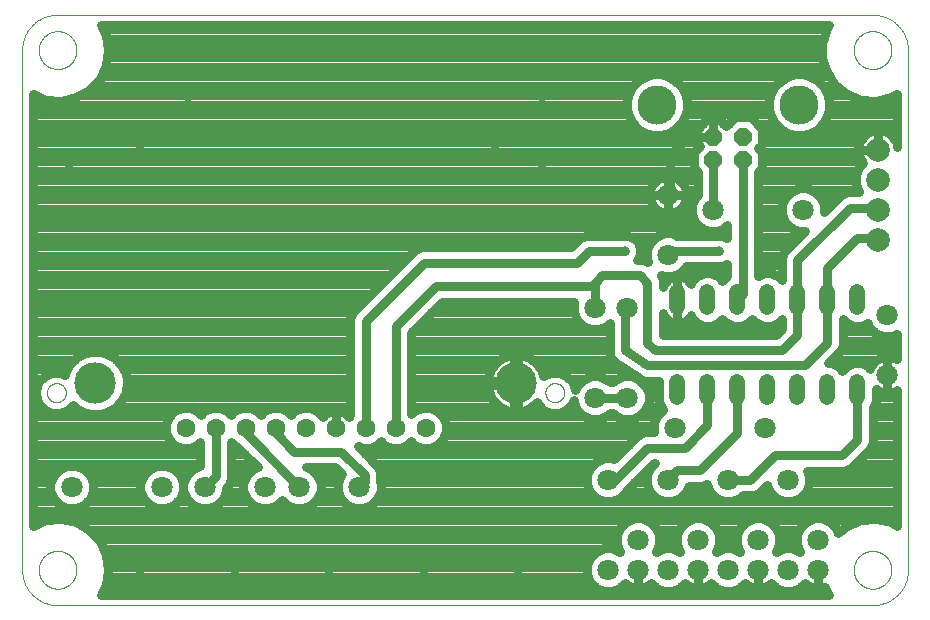
<source format=gbl>
G75*
%MOIN*%
%OFA0B0*%
%FSLAX25Y25*%
%IPPOS*%
%LPD*%
%AMOC8*
5,1,8,0,0,1.08239X$1,22.5*
%
%ADD10C,0.00000*%
%ADD11C,0.07087*%
%ADD12C,0.05200*%
%ADD13OC8,0.05740*%
%ADD14C,0.13055*%
%ADD15C,0.07874*%
%ADD16C,0.06299*%
%ADD17C,0.13780*%
%ADD18C,0.03150*%
%ADD19C,0.03150*%
D10*
X0017535Y0005724D02*
X0289189Y0005724D01*
X0282890Y0017535D02*
X0282892Y0017693D01*
X0282898Y0017851D01*
X0282908Y0018009D01*
X0282922Y0018167D01*
X0282940Y0018324D01*
X0282961Y0018481D01*
X0282987Y0018637D01*
X0283017Y0018793D01*
X0283050Y0018948D01*
X0283088Y0019101D01*
X0283129Y0019254D01*
X0283174Y0019406D01*
X0283223Y0019557D01*
X0283276Y0019706D01*
X0283332Y0019854D01*
X0283392Y0020000D01*
X0283456Y0020145D01*
X0283524Y0020288D01*
X0283595Y0020430D01*
X0283669Y0020570D01*
X0283747Y0020707D01*
X0283829Y0020843D01*
X0283913Y0020977D01*
X0284002Y0021108D01*
X0284093Y0021237D01*
X0284188Y0021364D01*
X0284285Y0021489D01*
X0284386Y0021611D01*
X0284490Y0021730D01*
X0284597Y0021847D01*
X0284707Y0021961D01*
X0284820Y0022072D01*
X0284935Y0022181D01*
X0285053Y0022286D01*
X0285174Y0022388D01*
X0285297Y0022488D01*
X0285423Y0022584D01*
X0285551Y0022677D01*
X0285681Y0022767D01*
X0285814Y0022853D01*
X0285949Y0022937D01*
X0286085Y0023016D01*
X0286224Y0023093D01*
X0286365Y0023165D01*
X0286507Y0023235D01*
X0286651Y0023300D01*
X0286797Y0023362D01*
X0286944Y0023420D01*
X0287093Y0023475D01*
X0287243Y0023526D01*
X0287394Y0023573D01*
X0287546Y0023616D01*
X0287699Y0023655D01*
X0287854Y0023691D01*
X0288009Y0023722D01*
X0288165Y0023750D01*
X0288321Y0023774D01*
X0288478Y0023794D01*
X0288636Y0023810D01*
X0288793Y0023822D01*
X0288952Y0023830D01*
X0289110Y0023834D01*
X0289268Y0023834D01*
X0289426Y0023830D01*
X0289585Y0023822D01*
X0289742Y0023810D01*
X0289900Y0023794D01*
X0290057Y0023774D01*
X0290213Y0023750D01*
X0290369Y0023722D01*
X0290524Y0023691D01*
X0290679Y0023655D01*
X0290832Y0023616D01*
X0290984Y0023573D01*
X0291135Y0023526D01*
X0291285Y0023475D01*
X0291434Y0023420D01*
X0291581Y0023362D01*
X0291727Y0023300D01*
X0291871Y0023235D01*
X0292013Y0023165D01*
X0292154Y0023093D01*
X0292293Y0023016D01*
X0292429Y0022937D01*
X0292564Y0022853D01*
X0292697Y0022767D01*
X0292827Y0022677D01*
X0292955Y0022584D01*
X0293081Y0022488D01*
X0293204Y0022388D01*
X0293325Y0022286D01*
X0293443Y0022181D01*
X0293558Y0022072D01*
X0293671Y0021961D01*
X0293781Y0021847D01*
X0293888Y0021730D01*
X0293992Y0021611D01*
X0294093Y0021489D01*
X0294190Y0021364D01*
X0294285Y0021237D01*
X0294376Y0021108D01*
X0294465Y0020977D01*
X0294549Y0020843D01*
X0294631Y0020707D01*
X0294709Y0020570D01*
X0294783Y0020430D01*
X0294854Y0020288D01*
X0294922Y0020145D01*
X0294986Y0020000D01*
X0295046Y0019854D01*
X0295102Y0019706D01*
X0295155Y0019557D01*
X0295204Y0019406D01*
X0295249Y0019254D01*
X0295290Y0019101D01*
X0295328Y0018948D01*
X0295361Y0018793D01*
X0295391Y0018637D01*
X0295417Y0018481D01*
X0295438Y0018324D01*
X0295456Y0018167D01*
X0295470Y0018009D01*
X0295480Y0017851D01*
X0295486Y0017693D01*
X0295488Y0017535D01*
X0295486Y0017377D01*
X0295480Y0017219D01*
X0295470Y0017061D01*
X0295456Y0016903D01*
X0295438Y0016746D01*
X0295417Y0016589D01*
X0295391Y0016433D01*
X0295361Y0016277D01*
X0295328Y0016122D01*
X0295290Y0015969D01*
X0295249Y0015816D01*
X0295204Y0015664D01*
X0295155Y0015513D01*
X0295102Y0015364D01*
X0295046Y0015216D01*
X0294986Y0015070D01*
X0294922Y0014925D01*
X0294854Y0014782D01*
X0294783Y0014640D01*
X0294709Y0014500D01*
X0294631Y0014363D01*
X0294549Y0014227D01*
X0294465Y0014093D01*
X0294376Y0013962D01*
X0294285Y0013833D01*
X0294190Y0013706D01*
X0294093Y0013581D01*
X0293992Y0013459D01*
X0293888Y0013340D01*
X0293781Y0013223D01*
X0293671Y0013109D01*
X0293558Y0012998D01*
X0293443Y0012889D01*
X0293325Y0012784D01*
X0293204Y0012682D01*
X0293081Y0012582D01*
X0292955Y0012486D01*
X0292827Y0012393D01*
X0292697Y0012303D01*
X0292564Y0012217D01*
X0292429Y0012133D01*
X0292293Y0012054D01*
X0292154Y0011977D01*
X0292013Y0011905D01*
X0291871Y0011835D01*
X0291727Y0011770D01*
X0291581Y0011708D01*
X0291434Y0011650D01*
X0291285Y0011595D01*
X0291135Y0011544D01*
X0290984Y0011497D01*
X0290832Y0011454D01*
X0290679Y0011415D01*
X0290524Y0011379D01*
X0290369Y0011348D01*
X0290213Y0011320D01*
X0290057Y0011296D01*
X0289900Y0011276D01*
X0289742Y0011260D01*
X0289585Y0011248D01*
X0289426Y0011240D01*
X0289268Y0011236D01*
X0289110Y0011236D01*
X0288952Y0011240D01*
X0288793Y0011248D01*
X0288636Y0011260D01*
X0288478Y0011276D01*
X0288321Y0011296D01*
X0288165Y0011320D01*
X0288009Y0011348D01*
X0287854Y0011379D01*
X0287699Y0011415D01*
X0287546Y0011454D01*
X0287394Y0011497D01*
X0287243Y0011544D01*
X0287093Y0011595D01*
X0286944Y0011650D01*
X0286797Y0011708D01*
X0286651Y0011770D01*
X0286507Y0011835D01*
X0286365Y0011905D01*
X0286224Y0011977D01*
X0286085Y0012054D01*
X0285949Y0012133D01*
X0285814Y0012217D01*
X0285681Y0012303D01*
X0285551Y0012393D01*
X0285423Y0012486D01*
X0285297Y0012582D01*
X0285174Y0012682D01*
X0285053Y0012784D01*
X0284935Y0012889D01*
X0284820Y0012998D01*
X0284707Y0013109D01*
X0284597Y0013223D01*
X0284490Y0013340D01*
X0284386Y0013459D01*
X0284285Y0013581D01*
X0284188Y0013706D01*
X0284093Y0013833D01*
X0284002Y0013962D01*
X0283913Y0014093D01*
X0283829Y0014227D01*
X0283747Y0014363D01*
X0283669Y0014500D01*
X0283595Y0014640D01*
X0283524Y0014782D01*
X0283456Y0014925D01*
X0283392Y0015070D01*
X0283332Y0015216D01*
X0283276Y0015364D01*
X0283223Y0015513D01*
X0283174Y0015664D01*
X0283129Y0015816D01*
X0283088Y0015969D01*
X0283050Y0016122D01*
X0283017Y0016277D01*
X0282987Y0016433D01*
X0282961Y0016589D01*
X0282940Y0016746D01*
X0282922Y0016903D01*
X0282908Y0017061D01*
X0282898Y0017219D01*
X0282892Y0017377D01*
X0282890Y0017535D01*
X0289189Y0005724D02*
X0289474Y0005727D01*
X0289760Y0005738D01*
X0290045Y0005755D01*
X0290329Y0005779D01*
X0290613Y0005810D01*
X0290896Y0005848D01*
X0291177Y0005893D01*
X0291458Y0005944D01*
X0291738Y0006002D01*
X0292016Y0006067D01*
X0292292Y0006139D01*
X0292566Y0006217D01*
X0292839Y0006302D01*
X0293109Y0006394D01*
X0293377Y0006492D01*
X0293643Y0006596D01*
X0293906Y0006707D01*
X0294166Y0006824D01*
X0294424Y0006947D01*
X0294678Y0007077D01*
X0294929Y0007213D01*
X0295177Y0007354D01*
X0295421Y0007502D01*
X0295662Y0007655D01*
X0295898Y0007815D01*
X0296131Y0007980D01*
X0296360Y0008150D01*
X0296585Y0008326D01*
X0296805Y0008508D01*
X0297021Y0008694D01*
X0297232Y0008886D01*
X0297439Y0009083D01*
X0297641Y0009285D01*
X0297838Y0009492D01*
X0298030Y0009703D01*
X0298216Y0009919D01*
X0298398Y0010139D01*
X0298574Y0010364D01*
X0298744Y0010593D01*
X0298909Y0010826D01*
X0299069Y0011062D01*
X0299222Y0011303D01*
X0299370Y0011547D01*
X0299511Y0011795D01*
X0299647Y0012046D01*
X0299777Y0012300D01*
X0299900Y0012558D01*
X0300017Y0012818D01*
X0300128Y0013081D01*
X0300232Y0013347D01*
X0300330Y0013615D01*
X0300422Y0013885D01*
X0300507Y0014158D01*
X0300585Y0014432D01*
X0300657Y0014708D01*
X0300722Y0014986D01*
X0300780Y0015266D01*
X0300831Y0015547D01*
X0300876Y0015828D01*
X0300914Y0016111D01*
X0300945Y0016395D01*
X0300969Y0016679D01*
X0300986Y0016964D01*
X0300997Y0017250D01*
X0301000Y0017535D01*
X0301000Y0190764D01*
X0282890Y0190764D02*
X0282892Y0190922D01*
X0282898Y0191080D01*
X0282908Y0191238D01*
X0282922Y0191396D01*
X0282940Y0191553D01*
X0282961Y0191710D01*
X0282987Y0191866D01*
X0283017Y0192022D01*
X0283050Y0192177D01*
X0283088Y0192330D01*
X0283129Y0192483D01*
X0283174Y0192635D01*
X0283223Y0192786D01*
X0283276Y0192935D01*
X0283332Y0193083D01*
X0283392Y0193229D01*
X0283456Y0193374D01*
X0283524Y0193517D01*
X0283595Y0193659D01*
X0283669Y0193799D01*
X0283747Y0193936D01*
X0283829Y0194072D01*
X0283913Y0194206D01*
X0284002Y0194337D01*
X0284093Y0194466D01*
X0284188Y0194593D01*
X0284285Y0194718D01*
X0284386Y0194840D01*
X0284490Y0194959D01*
X0284597Y0195076D01*
X0284707Y0195190D01*
X0284820Y0195301D01*
X0284935Y0195410D01*
X0285053Y0195515D01*
X0285174Y0195617D01*
X0285297Y0195717D01*
X0285423Y0195813D01*
X0285551Y0195906D01*
X0285681Y0195996D01*
X0285814Y0196082D01*
X0285949Y0196166D01*
X0286085Y0196245D01*
X0286224Y0196322D01*
X0286365Y0196394D01*
X0286507Y0196464D01*
X0286651Y0196529D01*
X0286797Y0196591D01*
X0286944Y0196649D01*
X0287093Y0196704D01*
X0287243Y0196755D01*
X0287394Y0196802D01*
X0287546Y0196845D01*
X0287699Y0196884D01*
X0287854Y0196920D01*
X0288009Y0196951D01*
X0288165Y0196979D01*
X0288321Y0197003D01*
X0288478Y0197023D01*
X0288636Y0197039D01*
X0288793Y0197051D01*
X0288952Y0197059D01*
X0289110Y0197063D01*
X0289268Y0197063D01*
X0289426Y0197059D01*
X0289585Y0197051D01*
X0289742Y0197039D01*
X0289900Y0197023D01*
X0290057Y0197003D01*
X0290213Y0196979D01*
X0290369Y0196951D01*
X0290524Y0196920D01*
X0290679Y0196884D01*
X0290832Y0196845D01*
X0290984Y0196802D01*
X0291135Y0196755D01*
X0291285Y0196704D01*
X0291434Y0196649D01*
X0291581Y0196591D01*
X0291727Y0196529D01*
X0291871Y0196464D01*
X0292013Y0196394D01*
X0292154Y0196322D01*
X0292293Y0196245D01*
X0292429Y0196166D01*
X0292564Y0196082D01*
X0292697Y0195996D01*
X0292827Y0195906D01*
X0292955Y0195813D01*
X0293081Y0195717D01*
X0293204Y0195617D01*
X0293325Y0195515D01*
X0293443Y0195410D01*
X0293558Y0195301D01*
X0293671Y0195190D01*
X0293781Y0195076D01*
X0293888Y0194959D01*
X0293992Y0194840D01*
X0294093Y0194718D01*
X0294190Y0194593D01*
X0294285Y0194466D01*
X0294376Y0194337D01*
X0294465Y0194206D01*
X0294549Y0194072D01*
X0294631Y0193936D01*
X0294709Y0193799D01*
X0294783Y0193659D01*
X0294854Y0193517D01*
X0294922Y0193374D01*
X0294986Y0193229D01*
X0295046Y0193083D01*
X0295102Y0192935D01*
X0295155Y0192786D01*
X0295204Y0192635D01*
X0295249Y0192483D01*
X0295290Y0192330D01*
X0295328Y0192177D01*
X0295361Y0192022D01*
X0295391Y0191866D01*
X0295417Y0191710D01*
X0295438Y0191553D01*
X0295456Y0191396D01*
X0295470Y0191238D01*
X0295480Y0191080D01*
X0295486Y0190922D01*
X0295488Y0190764D01*
X0295486Y0190606D01*
X0295480Y0190448D01*
X0295470Y0190290D01*
X0295456Y0190132D01*
X0295438Y0189975D01*
X0295417Y0189818D01*
X0295391Y0189662D01*
X0295361Y0189506D01*
X0295328Y0189351D01*
X0295290Y0189198D01*
X0295249Y0189045D01*
X0295204Y0188893D01*
X0295155Y0188742D01*
X0295102Y0188593D01*
X0295046Y0188445D01*
X0294986Y0188299D01*
X0294922Y0188154D01*
X0294854Y0188011D01*
X0294783Y0187869D01*
X0294709Y0187729D01*
X0294631Y0187592D01*
X0294549Y0187456D01*
X0294465Y0187322D01*
X0294376Y0187191D01*
X0294285Y0187062D01*
X0294190Y0186935D01*
X0294093Y0186810D01*
X0293992Y0186688D01*
X0293888Y0186569D01*
X0293781Y0186452D01*
X0293671Y0186338D01*
X0293558Y0186227D01*
X0293443Y0186118D01*
X0293325Y0186013D01*
X0293204Y0185911D01*
X0293081Y0185811D01*
X0292955Y0185715D01*
X0292827Y0185622D01*
X0292697Y0185532D01*
X0292564Y0185446D01*
X0292429Y0185362D01*
X0292293Y0185283D01*
X0292154Y0185206D01*
X0292013Y0185134D01*
X0291871Y0185064D01*
X0291727Y0184999D01*
X0291581Y0184937D01*
X0291434Y0184879D01*
X0291285Y0184824D01*
X0291135Y0184773D01*
X0290984Y0184726D01*
X0290832Y0184683D01*
X0290679Y0184644D01*
X0290524Y0184608D01*
X0290369Y0184577D01*
X0290213Y0184549D01*
X0290057Y0184525D01*
X0289900Y0184505D01*
X0289742Y0184489D01*
X0289585Y0184477D01*
X0289426Y0184469D01*
X0289268Y0184465D01*
X0289110Y0184465D01*
X0288952Y0184469D01*
X0288793Y0184477D01*
X0288636Y0184489D01*
X0288478Y0184505D01*
X0288321Y0184525D01*
X0288165Y0184549D01*
X0288009Y0184577D01*
X0287854Y0184608D01*
X0287699Y0184644D01*
X0287546Y0184683D01*
X0287394Y0184726D01*
X0287243Y0184773D01*
X0287093Y0184824D01*
X0286944Y0184879D01*
X0286797Y0184937D01*
X0286651Y0184999D01*
X0286507Y0185064D01*
X0286365Y0185134D01*
X0286224Y0185206D01*
X0286085Y0185283D01*
X0285949Y0185362D01*
X0285814Y0185446D01*
X0285681Y0185532D01*
X0285551Y0185622D01*
X0285423Y0185715D01*
X0285297Y0185811D01*
X0285174Y0185911D01*
X0285053Y0186013D01*
X0284935Y0186118D01*
X0284820Y0186227D01*
X0284707Y0186338D01*
X0284597Y0186452D01*
X0284490Y0186569D01*
X0284386Y0186688D01*
X0284285Y0186810D01*
X0284188Y0186935D01*
X0284093Y0187062D01*
X0284002Y0187191D01*
X0283913Y0187322D01*
X0283829Y0187456D01*
X0283747Y0187592D01*
X0283669Y0187729D01*
X0283595Y0187869D01*
X0283524Y0188011D01*
X0283456Y0188154D01*
X0283392Y0188299D01*
X0283332Y0188445D01*
X0283276Y0188593D01*
X0283223Y0188742D01*
X0283174Y0188893D01*
X0283129Y0189045D01*
X0283088Y0189198D01*
X0283050Y0189351D01*
X0283017Y0189506D01*
X0282987Y0189662D01*
X0282961Y0189818D01*
X0282940Y0189975D01*
X0282922Y0190132D01*
X0282908Y0190290D01*
X0282898Y0190448D01*
X0282892Y0190606D01*
X0282890Y0190764D01*
X0289189Y0202575D02*
X0289474Y0202572D01*
X0289760Y0202561D01*
X0290045Y0202544D01*
X0290329Y0202520D01*
X0290613Y0202489D01*
X0290896Y0202451D01*
X0291177Y0202406D01*
X0291458Y0202355D01*
X0291738Y0202297D01*
X0292016Y0202232D01*
X0292292Y0202160D01*
X0292566Y0202082D01*
X0292839Y0201997D01*
X0293109Y0201905D01*
X0293377Y0201807D01*
X0293643Y0201703D01*
X0293906Y0201592D01*
X0294166Y0201475D01*
X0294424Y0201352D01*
X0294678Y0201222D01*
X0294929Y0201086D01*
X0295177Y0200945D01*
X0295421Y0200797D01*
X0295662Y0200644D01*
X0295898Y0200484D01*
X0296131Y0200319D01*
X0296360Y0200149D01*
X0296585Y0199973D01*
X0296805Y0199791D01*
X0297021Y0199605D01*
X0297232Y0199413D01*
X0297439Y0199216D01*
X0297641Y0199014D01*
X0297838Y0198807D01*
X0298030Y0198596D01*
X0298216Y0198380D01*
X0298398Y0198160D01*
X0298574Y0197935D01*
X0298744Y0197706D01*
X0298909Y0197473D01*
X0299069Y0197237D01*
X0299222Y0196996D01*
X0299370Y0196752D01*
X0299511Y0196504D01*
X0299647Y0196253D01*
X0299777Y0195999D01*
X0299900Y0195741D01*
X0300017Y0195481D01*
X0300128Y0195218D01*
X0300232Y0194952D01*
X0300330Y0194684D01*
X0300422Y0194414D01*
X0300507Y0194141D01*
X0300585Y0193867D01*
X0300657Y0193591D01*
X0300722Y0193313D01*
X0300780Y0193033D01*
X0300831Y0192752D01*
X0300876Y0192471D01*
X0300914Y0192188D01*
X0300945Y0191904D01*
X0300969Y0191620D01*
X0300986Y0191335D01*
X0300997Y0191049D01*
X0301000Y0190764D01*
X0289189Y0202575D02*
X0017535Y0202575D01*
X0011236Y0190764D02*
X0011238Y0190922D01*
X0011244Y0191080D01*
X0011254Y0191238D01*
X0011268Y0191396D01*
X0011286Y0191553D01*
X0011307Y0191710D01*
X0011333Y0191866D01*
X0011363Y0192022D01*
X0011396Y0192177D01*
X0011434Y0192330D01*
X0011475Y0192483D01*
X0011520Y0192635D01*
X0011569Y0192786D01*
X0011622Y0192935D01*
X0011678Y0193083D01*
X0011738Y0193229D01*
X0011802Y0193374D01*
X0011870Y0193517D01*
X0011941Y0193659D01*
X0012015Y0193799D01*
X0012093Y0193936D01*
X0012175Y0194072D01*
X0012259Y0194206D01*
X0012348Y0194337D01*
X0012439Y0194466D01*
X0012534Y0194593D01*
X0012631Y0194718D01*
X0012732Y0194840D01*
X0012836Y0194959D01*
X0012943Y0195076D01*
X0013053Y0195190D01*
X0013166Y0195301D01*
X0013281Y0195410D01*
X0013399Y0195515D01*
X0013520Y0195617D01*
X0013643Y0195717D01*
X0013769Y0195813D01*
X0013897Y0195906D01*
X0014027Y0195996D01*
X0014160Y0196082D01*
X0014295Y0196166D01*
X0014431Y0196245D01*
X0014570Y0196322D01*
X0014711Y0196394D01*
X0014853Y0196464D01*
X0014997Y0196529D01*
X0015143Y0196591D01*
X0015290Y0196649D01*
X0015439Y0196704D01*
X0015589Y0196755D01*
X0015740Y0196802D01*
X0015892Y0196845D01*
X0016045Y0196884D01*
X0016200Y0196920D01*
X0016355Y0196951D01*
X0016511Y0196979D01*
X0016667Y0197003D01*
X0016824Y0197023D01*
X0016982Y0197039D01*
X0017139Y0197051D01*
X0017298Y0197059D01*
X0017456Y0197063D01*
X0017614Y0197063D01*
X0017772Y0197059D01*
X0017931Y0197051D01*
X0018088Y0197039D01*
X0018246Y0197023D01*
X0018403Y0197003D01*
X0018559Y0196979D01*
X0018715Y0196951D01*
X0018870Y0196920D01*
X0019025Y0196884D01*
X0019178Y0196845D01*
X0019330Y0196802D01*
X0019481Y0196755D01*
X0019631Y0196704D01*
X0019780Y0196649D01*
X0019927Y0196591D01*
X0020073Y0196529D01*
X0020217Y0196464D01*
X0020359Y0196394D01*
X0020500Y0196322D01*
X0020639Y0196245D01*
X0020775Y0196166D01*
X0020910Y0196082D01*
X0021043Y0195996D01*
X0021173Y0195906D01*
X0021301Y0195813D01*
X0021427Y0195717D01*
X0021550Y0195617D01*
X0021671Y0195515D01*
X0021789Y0195410D01*
X0021904Y0195301D01*
X0022017Y0195190D01*
X0022127Y0195076D01*
X0022234Y0194959D01*
X0022338Y0194840D01*
X0022439Y0194718D01*
X0022536Y0194593D01*
X0022631Y0194466D01*
X0022722Y0194337D01*
X0022811Y0194206D01*
X0022895Y0194072D01*
X0022977Y0193936D01*
X0023055Y0193799D01*
X0023129Y0193659D01*
X0023200Y0193517D01*
X0023268Y0193374D01*
X0023332Y0193229D01*
X0023392Y0193083D01*
X0023448Y0192935D01*
X0023501Y0192786D01*
X0023550Y0192635D01*
X0023595Y0192483D01*
X0023636Y0192330D01*
X0023674Y0192177D01*
X0023707Y0192022D01*
X0023737Y0191866D01*
X0023763Y0191710D01*
X0023784Y0191553D01*
X0023802Y0191396D01*
X0023816Y0191238D01*
X0023826Y0191080D01*
X0023832Y0190922D01*
X0023834Y0190764D01*
X0023832Y0190606D01*
X0023826Y0190448D01*
X0023816Y0190290D01*
X0023802Y0190132D01*
X0023784Y0189975D01*
X0023763Y0189818D01*
X0023737Y0189662D01*
X0023707Y0189506D01*
X0023674Y0189351D01*
X0023636Y0189198D01*
X0023595Y0189045D01*
X0023550Y0188893D01*
X0023501Y0188742D01*
X0023448Y0188593D01*
X0023392Y0188445D01*
X0023332Y0188299D01*
X0023268Y0188154D01*
X0023200Y0188011D01*
X0023129Y0187869D01*
X0023055Y0187729D01*
X0022977Y0187592D01*
X0022895Y0187456D01*
X0022811Y0187322D01*
X0022722Y0187191D01*
X0022631Y0187062D01*
X0022536Y0186935D01*
X0022439Y0186810D01*
X0022338Y0186688D01*
X0022234Y0186569D01*
X0022127Y0186452D01*
X0022017Y0186338D01*
X0021904Y0186227D01*
X0021789Y0186118D01*
X0021671Y0186013D01*
X0021550Y0185911D01*
X0021427Y0185811D01*
X0021301Y0185715D01*
X0021173Y0185622D01*
X0021043Y0185532D01*
X0020910Y0185446D01*
X0020775Y0185362D01*
X0020639Y0185283D01*
X0020500Y0185206D01*
X0020359Y0185134D01*
X0020217Y0185064D01*
X0020073Y0184999D01*
X0019927Y0184937D01*
X0019780Y0184879D01*
X0019631Y0184824D01*
X0019481Y0184773D01*
X0019330Y0184726D01*
X0019178Y0184683D01*
X0019025Y0184644D01*
X0018870Y0184608D01*
X0018715Y0184577D01*
X0018559Y0184549D01*
X0018403Y0184525D01*
X0018246Y0184505D01*
X0018088Y0184489D01*
X0017931Y0184477D01*
X0017772Y0184469D01*
X0017614Y0184465D01*
X0017456Y0184465D01*
X0017298Y0184469D01*
X0017139Y0184477D01*
X0016982Y0184489D01*
X0016824Y0184505D01*
X0016667Y0184525D01*
X0016511Y0184549D01*
X0016355Y0184577D01*
X0016200Y0184608D01*
X0016045Y0184644D01*
X0015892Y0184683D01*
X0015740Y0184726D01*
X0015589Y0184773D01*
X0015439Y0184824D01*
X0015290Y0184879D01*
X0015143Y0184937D01*
X0014997Y0184999D01*
X0014853Y0185064D01*
X0014711Y0185134D01*
X0014570Y0185206D01*
X0014431Y0185283D01*
X0014295Y0185362D01*
X0014160Y0185446D01*
X0014027Y0185532D01*
X0013897Y0185622D01*
X0013769Y0185715D01*
X0013643Y0185811D01*
X0013520Y0185911D01*
X0013399Y0186013D01*
X0013281Y0186118D01*
X0013166Y0186227D01*
X0013053Y0186338D01*
X0012943Y0186452D01*
X0012836Y0186569D01*
X0012732Y0186688D01*
X0012631Y0186810D01*
X0012534Y0186935D01*
X0012439Y0187062D01*
X0012348Y0187191D01*
X0012259Y0187322D01*
X0012175Y0187456D01*
X0012093Y0187592D01*
X0012015Y0187729D01*
X0011941Y0187869D01*
X0011870Y0188011D01*
X0011802Y0188154D01*
X0011738Y0188299D01*
X0011678Y0188445D01*
X0011622Y0188593D01*
X0011569Y0188742D01*
X0011520Y0188893D01*
X0011475Y0189045D01*
X0011434Y0189198D01*
X0011396Y0189351D01*
X0011363Y0189506D01*
X0011333Y0189662D01*
X0011307Y0189818D01*
X0011286Y0189975D01*
X0011268Y0190132D01*
X0011254Y0190290D01*
X0011244Y0190448D01*
X0011238Y0190606D01*
X0011236Y0190764D01*
X0005724Y0190764D02*
X0005724Y0017535D01*
X0011236Y0017535D02*
X0011238Y0017693D01*
X0011244Y0017851D01*
X0011254Y0018009D01*
X0011268Y0018167D01*
X0011286Y0018324D01*
X0011307Y0018481D01*
X0011333Y0018637D01*
X0011363Y0018793D01*
X0011396Y0018948D01*
X0011434Y0019101D01*
X0011475Y0019254D01*
X0011520Y0019406D01*
X0011569Y0019557D01*
X0011622Y0019706D01*
X0011678Y0019854D01*
X0011738Y0020000D01*
X0011802Y0020145D01*
X0011870Y0020288D01*
X0011941Y0020430D01*
X0012015Y0020570D01*
X0012093Y0020707D01*
X0012175Y0020843D01*
X0012259Y0020977D01*
X0012348Y0021108D01*
X0012439Y0021237D01*
X0012534Y0021364D01*
X0012631Y0021489D01*
X0012732Y0021611D01*
X0012836Y0021730D01*
X0012943Y0021847D01*
X0013053Y0021961D01*
X0013166Y0022072D01*
X0013281Y0022181D01*
X0013399Y0022286D01*
X0013520Y0022388D01*
X0013643Y0022488D01*
X0013769Y0022584D01*
X0013897Y0022677D01*
X0014027Y0022767D01*
X0014160Y0022853D01*
X0014295Y0022937D01*
X0014431Y0023016D01*
X0014570Y0023093D01*
X0014711Y0023165D01*
X0014853Y0023235D01*
X0014997Y0023300D01*
X0015143Y0023362D01*
X0015290Y0023420D01*
X0015439Y0023475D01*
X0015589Y0023526D01*
X0015740Y0023573D01*
X0015892Y0023616D01*
X0016045Y0023655D01*
X0016200Y0023691D01*
X0016355Y0023722D01*
X0016511Y0023750D01*
X0016667Y0023774D01*
X0016824Y0023794D01*
X0016982Y0023810D01*
X0017139Y0023822D01*
X0017298Y0023830D01*
X0017456Y0023834D01*
X0017614Y0023834D01*
X0017772Y0023830D01*
X0017931Y0023822D01*
X0018088Y0023810D01*
X0018246Y0023794D01*
X0018403Y0023774D01*
X0018559Y0023750D01*
X0018715Y0023722D01*
X0018870Y0023691D01*
X0019025Y0023655D01*
X0019178Y0023616D01*
X0019330Y0023573D01*
X0019481Y0023526D01*
X0019631Y0023475D01*
X0019780Y0023420D01*
X0019927Y0023362D01*
X0020073Y0023300D01*
X0020217Y0023235D01*
X0020359Y0023165D01*
X0020500Y0023093D01*
X0020639Y0023016D01*
X0020775Y0022937D01*
X0020910Y0022853D01*
X0021043Y0022767D01*
X0021173Y0022677D01*
X0021301Y0022584D01*
X0021427Y0022488D01*
X0021550Y0022388D01*
X0021671Y0022286D01*
X0021789Y0022181D01*
X0021904Y0022072D01*
X0022017Y0021961D01*
X0022127Y0021847D01*
X0022234Y0021730D01*
X0022338Y0021611D01*
X0022439Y0021489D01*
X0022536Y0021364D01*
X0022631Y0021237D01*
X0022722Y0021108D01*
X0022811Y0020977D01*
X0022895Y0020843D01*
X0022977Y0020707D01*
X0023055Y0020570D01*
X0023129Y0020430D01*
X0023200Y0020288D01*
X0023268Y0020145D01*
X0023332Y0020000D01*
X0023392Y0019854D01*
X0023448Y0019706D01*
X0023501Y0019557D01*
X0023550Y0019406D01*
X0023595Y0019254D01*
X0023636Y0019101D01*
X0023674Y0018948D01*
X0023707Y0018793D01*
X0023737Y0018637D01*
X0023763Y0018481D01*
X0023784Y0018324D01*
X0023802Y0018167D01*
X0023816Y0018009D01*
X0023826Y0017851D01*
X0023832Y0017693D01*
X0023834Y0017535D01*
X0023832Y0017377D01*
X0023826Y0017219D01*
X0023816Y0017061D01*
X0023802Y0016903D01*
X0023784Y0016746D01*
X0023763Y0016589D01*
X0023737Y0016433D01*
X0023707Y0016277D01*
X0023674Y0016122D01*
X0023636Y0015969D01*
X0023595Y0015816D01*
X0023550Y0015664D01*
X0023501Y0015513D01*
X0023448Y0015364D01*
X0023392Y0015216D01*
X0023332Y0015070D01*
X0023268Y0014925D01*
X0023200Y0014782D01*
X0023129Y0014640D01*
X0023055Y0014500D01*
X0022977Y0014363D01*
X0022895Y0014227D01*
X0022811Y0014093D01*
X0022722Y0013962D01*
X0022631Y0013833D01*
X0022536Y0013706D01*
X0022439Y0013581D01*
X0022338Y0013459D01*
X0022234Y0013340D01*
X0022127Y0013223D01*
X0022017Y0013109D01*
X0021904Y0012998D01*
X0021789Y0012889D01*
X0021671Y0012784D01*
X0021550Y0012682D01*
X0021427Y0012582D01*
X0021301Y0012486D01*
X0021173Y0012393D01*
X0021043Y0012303D01*
X0020910Y0012217D01*
X0020775Y0012133D01*
X0020639Y0012054D01*
X0020500Y0011977D01*
X0020359Y0011905D01*
X0020217Y0011835D01*
X0020073Y0011770D01*
X0019927Y0011708D01*
X0019780Y0011650D01*
X0019631Y0011595D01*
X0019481Y0011544D01*
X0019330Y0011497D01*
X0019178Y0011454D01*
X0019025Y0011415D01*
X0018870Y0011379D01*
X0018715Y0011348D01*
X0018559Y0011320D01*
X0018403Y0011296D01*
X0018246Y0011276D01*
X0018088Y0011260D01*
X0017931Y0011248D01*
X0017772Y0011240D01*
X0017614Y0011236D01*
X0017456Y0011236D01*
X0017298Y0011240D01*
X0017139Y0011248D01*
X0016982Y0011260D01*
X0016824Y0011276D01*
X0016667Y0011296D01*
X0016511Y0011320D01*
X0016355Y0011348D01*
X0016200Y0011379D01*
X0016045Y0011415D01*
X0015892Y0011454D01*
X0015740Y0011497D01*
X0015589Y0011544D01*
X0015439Y0011595D01*
X0015290Y0011650D01*
X0015143Y0011708D01*
X0014997Y0011770D01*
X0014853Y0011835D01*
X0014711Y0011905D01*
X0014570Y0011977D01*
X0014431Y0012054D01*
X0014295Y0012133D01*
X0014160Y0012217D01*
X0014027Y0012303D01*
X0013897Y0012393D01*
X0013769Y0012486D01*
X0013643Y0012582D01*
X0013520Y0012682D01*
X0013399Y0012784D01*
X0013281Y0012889D01*
X0013166Y0012998D01*
X0013053Y0013109D01*
X0012943Y0013223D01*
X0012836Y0013340D01*
X0012732Y0013459D01*
X0012631Y0013581D01*
X0012534Y0013706D01*
X0012439Y0013833D01*
X0012348Y0013962D01*
X0012259Y0014093D01*
X0012175Y0014227D01*
X0012093Y0014363D01*
X0012015Y0014500D01*
X0011941Y0014640D01*
X0011870Y0014782D01*
X0011802Y0014925D01*
X0011738Y0015070D01*
X0011678Y0015216D01*
X0011622Y0015364D01*
X0011569Y0015513D01*
X0011520Y0015664D01*
X0011475Y0015816D01*
X0011434Y0015969D01*
X0011396Y0016122D01*
X0011363Y0016277D01*
X0011333Y0016433D01*
X0011307Y0016589D01*
X0011286Y0016746D01*
X0011268Y0016903D01*
X0011254Y0017061D01*
X0011244Y0017219D01*
X0011238Y0017377D01*
X0011236Y0017535D01*
X0005724Y0017535D02*
X0005727Y0017250D01*
X0005738Y0016964D01*
X0005755Y0016679D01*
X0005779Y0016395D01*
X0005810Y0016111D01*
X0005848Y0015828D01*
X0005893Y0015547D01*
X0005944Y0015266D01*
X0006002Y0014986D01*
X0006067Y0014708D01*
X0006139Y0014432D01*
X0006217Y0014158D01*
X0006302Y0013885D01*
X0006394Y0013615D01*
X0006492Y0013347D01*
X0006596Y0013081D01*
X0006707Y0012818D01*
X0006824Y0012558D01*
X0006947Y0012300D01*
X0007077Y0012046D01*
X0007213Y0011795D01*
X0007354Y0011547D01*
X0007502Y0011303D01*
X0007655Y0011062D01*
X0007815Y0010826D01*
X0007980Y0010593D01*
X0008150Y0010364D01*
X0008326Y0010139D01*
X0008508Y0009919D01*
X0008694Y0009703D01*
X0008886Y0009492D01*
X0009083Y0009285D01*
X0009285Y0009083D01*
X0009492Y0008886D01*
X0009703Y0008694D01*
X0009919Y0008508D01*
X0010139Y0008326D01*
X0010364Y0008150D01*
X0010593Y0007980D01*
X0010826Y0007815D01*
X0011062Y0007655D01*
X0011303Y0007502D01*
X0011547Y0007354D01*
X0011795Y0007213D01*
X0012046Y0007077D01*
X0012300Y0006947D01*
X0012558Y0006824D01*
X0012818Y0006707D01*
X0013081Y0006596D01*
X0013347Y0006492D01*
X0013615Y0006394D01*
X0013885Y0006302D01*
X0014158Y0006217D01*
X0014432Y0006139D01*
X0014708Y0006067D01*
X0014986Y0006002D01*
X0015266Y0005944D01*
X0015547Y0005893D01*
X0015828Y0005848D01*
X0016111Y0005810D01*
X0016395Y0005779D01*
X0016679Y0005755D01*
X0016964Y0005738D01*
X0017250Y0005727D01*
X0017535Y0005724D01*
X0013992Y0076591D02*
X0013994Y0076703D01*
X0014000Y0076814D01*
X0014010Y0076926D01*
X0014024Y0077037D01*
X0014041Y0077147D01*
X0014063Y0077257D01*
X0014089Y0077366D01*
X0014118Y0077474D01*
X0014151Y0077580D01*
X0014188Y0077686D01*
X0014229Y0077790D01*
X0014274Y0077893D01*
X0014322Y0077994D01*
X0014373Y0078093D01*
X0014428Y0078190D01*
X0014487Y0078285D01*
X0014548Y0078379D01*
X0014613Y0078470D01*
X0014682Y0078558D01*
X0014753Y0078644D01*
X0014827Y0078728D01*
X0014905Y0078808D01*
X0014985Y0078886D01*
X0015068Y0078962D01*
X0015153Y0079034D01*
X0015241Y0079103D01*
X0015331Y0079169D01*
X0015424Y0079231D01*
X0015519Y0079291D01*
X0015616Y0079347D01*
X0015714Y0079399D01*
X0015815Y0079448D01*
X0015917Y0079493D01*
X0016021Y0079535D01*
X0016126Y0079573D01*
X0016233Y0079607D01*
X0016340Y0079637D01*
X0016449Y0079664D01*
X0016558Y0079686D01*
X0016669Y0079705D01*
X0016779Y0079720D01*
X0016891Y0079731D01*
X0017002Y0079738D01*
X0017114Y0079741D01*
X0017226Y0079740D01*
X0017338Y0079735D01*
X0017449Y0079726D01*
X0017560Y0079713D01*
X0017671Y0079696D01*
X0017781Y0079676D01*
X0017890Y0079651D01*
X0017998Y0079623D01*
X0018105Y0079590D01*
X0018211Y0079554D01*
X0018315Y0079514D01*
X0018418Y0079471D01*
X0018520Y0079424D01*
X0018619Y0079373D01*
X0018717Y0079319D01*
X0018813Y0079261D01*
X0018907Y0079200D01*
X0018998Y0079136D01*
X0019087Y0079069D01*
X0019174Y0078998D01*
X0019258Y0078924D01*
X0019340Y0078848D01*
X0019418Y0078768D01*
X0019494Y0078686D01*
X0019567Y0078601D01*
X0019637Y0078514D01*
X0019703Y0078424D01*
X0019767Y0078332D01*
X0019827Y0078238D01*
X0019884Y0078142D01*
X0019937Y0078043D01*
X0019987Y0077943D01*
X0020033Y0077842D01*
X0020076Y0077738D01*
X0020115Y0077633D01*
X0020150Y0077527D01*
X0020181Y0077420D01*
X0020209Y0077311D01*
X0020232Y0077202D01*
X0020252Y0077092D01*
X0020268Y0076981D01*
X0020280Y0076870D01*
X0020288Y0076759D01*
X0020292Y0076647D01*
X0020292Y0076535D01*
X0020288Y0076423D01*
X0020280Y0076312D01*
X0020268Y0076201D01*
X0020252Y0076090D01*
X0020232Y0075980D01*
X0020209Y0075871D01*
X0020181Y0075762D01*
X0020150Y0075655D01*
X0020115Y0075549D01*
X0020076Y0075444D01*
X0020033Y0075340D01*
X0019987Y0075239D01*
X0019937Y0075139D01*
X0019884Y0075040D01*
X0019827Y0074944D01*
X0019767Y0074850D01*
X0019703Y0074758D01*
X0019637Y0074668D01*
X0019567Y0074581D01*
X0019494Y0074496D01*
X0019418Y0074414D01*
X0019340Y0074334D01*
X0019258Y0074258D01*
X0019174Y0074184D01*
X0019087Y0074113D01*
X0018998Y0074046D01*
X0018907Y0073982D01*
X0018813Y0073921D01*
X0018717Y0073863D01*
X0018619Y0073809D01*
X0018520Y0073758D01*
X0018418Y0073711D01*
X0018315Y0073668D01*
X0018211Y0073628D01*
X0018105Y0073592D01*
X0017998Y0073559D01*
X0017890Y0073531D01*
X0017781Y0073506D01*
X0017671Y0073486D01*
X0017560Y0073469D01*
X0017449Y0073456D01*
X0017338Y0073447D01*
X0017226Y0073442D01*
X0017114Y0073441D01*
X0017002Y0073444D01*
X0016891Y0073451D01*
X0016779Y0073462D01*
X0016669Y0073477D01*
X0016558Y0073496D01*
X0016449Y0073518D01*
X0016340Y0073545D01*
X0016233Y0073575D01*
X0016126Y0073609D01*
X0016021Y0073647D01*
X0015917Y0073689D01*
X0015815Y0073734D01*
X0015714Y0073783D01*
X0015616Y0073835D01*
X0015519Y0073891D01*
X0015424Y0073951D01*
X0015331Y0074013D01*
X0015241Y0074079D01*
X0015153Y0074148D01*
X0015068Y0074220D01*
X0014985Y0074296D01*
X0014905Y0074374D01*
X0014827Y0074454D01*
X0014753Y0074538D01*
X0014682Y0074624D01*
X0014613Y0074712D01*
X0014548Y0074803D01*
X0014487Y0074897D01*
X0014428Y0074992D01*
X0014373Y0075089D01*
X0014322Y0075188D01*
X0014274Y0075289D01*
X0014229Y0075392D01*
X0014188Y0075496D01*
X0014151Y0075602D01*
X0014118Y0075708D01*
X0014089Y0075816D01*
X0014063Y0075925D01*
X0014041Y0076035D01*
X0014024Y0076145D01*
X0014010Y0076256D01*
X0014000Y0076368D01*
X0013994Y0076479D01*
X0013992Y0076591D01*
X0005724Y0190764D02*
X0005727Y0191049D01*
X0005738Y0191335D01*
X0005755Y0191620D01*
X0005779Y0191904D01*
X0005810Y0192188D01*
X0005848Y0192471D01*
X0005893Y0192752D01*
X0005944Y0193033D01*
X0006002Y0193313D01*
X0006067Y0193591D01*
X0006139Y0193867D01*
X0006217Y0194141D01*
X0006302Y0194414D01*
X0006394Y0194684D01*
X0006492Y0194952D01*
X0006596Y0195218D01*
X0006707Y0195481D01*
X0006824Y0195741D01*
X0006947Y0195999D01*
X0007077Y0196253D01*
X0007213Y0196504D01*
X0007354Y0196752D01*
X0007502Y0196996D01*
X0007655Y0197237D01*
X0007815Y0197473D01*
X0007980Y0197706D01*
X0008150Y0197935D01*
X0008326Y0198160D01*
X0008508Y0198380D01*
X0008694Y0198596D01*
X0008886Y0198807D01*
X0009083Y0199014D01*
X0009285Y0199216D01*
X0009492Y0199413D01*
X0009703Y0199605D01*
X0009919Y0199791D01*
X0010139Y0199973D01*
X0010364Y0200149D01*
X0010593Y0200319D01*
X0010826Y0200484D01*
X0011062Y0200644D01*
X0011303Y0200797D01*
X0011547Y0200945D01*
X0011795Y0201086D01*
X0012046Y0201222D01*
X0012300Y0201352D01*
X0012558Y0201475D01*
X0012818Y0201592D01*
X0013081Y0201703D01*
X0013347Y0201807D01*
X0013615Y0201905D01*
X0013885Y0201997D01*
X0014158Y0202082D01*
X0014432Y0202160D01*
X0014708Y0202232D01*
X0014986Y0202297D01*
X0015266Y0202355D01*
X0015547Y0202406D01*
X0015828Y0202451D01*
X0016111Y0202489D01*
X0016395Y0202520D01*
X0016679Y0202544D01*
X0016964Y0202561D01*
X0017250Y0202572D01*
X0017535Y0202575D01*
X0180133Y0076591D02*
X0180135Y0076703D01*
X0180141Y0076814D01*
X0180151Y0076926D01*
X0180165Y0077037D01*
X0180182Y0077147D01*
X0180204Y0077257D01*
X0180230Y0077366D01*
X0180259Y0077474D01*
X0180292Y0077580D01*
X0180329Y0077686D01*
X0180370Y0077790D01*
X0180415Y0077893D01*
X0180463Y0077994D01*
X0180514Y0078093D01*
X0180569Y0078190D01*
X0180628Y0078285D01*
X0180689Y0078379D01*
X0180754Y0078470D01*
X0180823Y0078558D01*
X0180894Y0078644D01*
X0180968Y0078728D01*
X0181046Y0078808D01*
X0181126Y0078886D01*
X0181209Y0078962D01*
X0181294Y0079034D01*
X0181382Y0079103D01*
X0181472Y0079169D01*
X0181565Y0079231D01*
X0181660Y0079291D01*
X0181757Y0079347D01*
X0181855Y0079399D01*
X0181956Y0079448D01*
X0182058Y0079493D01*
X0182162Y0079535D01*
X0182267Y0079573D01*
X0182374Y0079607D01*
X0182481Y0079637D01*
X0182590Y0079664D01*
X0182699Y0079686D01*
X0182810Y0079705D01*
X0182920Y0079720D01*
X0183032Y0079731D01*
X0183143Y0079738D01*
X0183255Y0079741D01*
X0183367Y0079740D01*
X0183479Y0079735D01*
X0183590Y0079726D01*
X0183701Y0079713D01*
X0183812Y0079696D01*
X0183922Y0079676D01*
X0184031Y0079651D01*
X0184139Y0079623D01*
X0184246Y0079590D01*
X0184352Y0079554D01*
X0184456Y0079514D01*
X0184559Y0079471D01*
X0184661Y0079424D01*
X0184760Y0079373D01*
X0184858Y0079319D01*
X0184954Y0079261D01*
X0185048Y0079200D01*
X0185139Y0079136D01*
X0185228Y0079069D01*
X0185315Y0078998D01*
X0185399Y0078924D01*
X0185481Y0078848D01*
X0185559Y0078768D01*
X0185635Y0078686D01*
X0185708Y0078601D01*
X0185778Y0078514D01*
X0185844Y0078424D01*
X0185908Y0078332D01*
X0185968Y0078238D01*
X0186025Y0078142D01*
X0186078Y0078043D01*
X0186128Y0077943D01*
X0186174Y0077842D01*
X0186217Y0077738D01*
X0186256Y0077633D01*
X0186291Y0077527D01*
X0186322Y0077420D01*
X0186350Y0077311D01*
X0186373Y0077202D01*
X0186393Y0077092D01*
X0186409Y0076981D01*
X0186421Y0076870D01*
X0186429Y0076759D01*
X0186433Y0076647D01*
X0186433Y0076535D01*
X0186429Y0076423D01*
X0186421Y0076312D01*
X0186409Y0076201D01*
X0186393Y0076090D01*
X0186373Y0075980D01*
X0186350Y0075871D01*
X0186322Y0075762D01*
X0186291Y0075655D01*
X0186256Y0075549D01*
X0186217Y0075444D01*
X0186174Y0075340D01*
X0186128Y0075239D01*
X0186078Y0075139D01*
X0186025Y0075040D01*
X0185968Y0074944D01*
X0185908Y0074850D01*
X0185844Y0074758D01*
X0185778Y0074668D01*
X0185708Y0074581D01*
X0185635Y0074496D01*
X0185559Y0074414D01*
X0185481Y0074334D01*
X0185399Y0074258D01*
X0185315Y0074184D01*
X0185228Y0074113D01*
X0185139Y0074046D01*
X0185048Y0073982D01*
X0184954Y0073921D01*
X0184858Y0073863D01*
X0184760Y0073809D01*
X0184661Y0073758D01*
X0184559Y0073711D01*
X0184456Y0073668D01*
X0184352Y0073628D01*
X0184246Y0073592D01*
X0184139Y0073559D01*
X0184031Y0073531D01*
X0183922Y0073506D01*
X0183812Y0073486D01*
X0183701Y0073469D01*
X0183590Y0073456D01*
X0183479Y0073447D01*
X0183367Y0073442D01*
X0183255Y0073441D01*
X0183143Y0073444D01*
X0183032Y0073451D01*
X0182920Y0073462D01*
X0182810Y0073477D01*
X0182699Y0073496D01*
X0182590Y0073518D01*
X0182481Y0073545D01*
X0182374Y0073575D01*
X0182267Y0073609D01*
X0182162Y0073647D01*
X0182058Y0073689D01*
X0181956Y0073734D01*
X0181855Y0073783D01*
X0181757Y0073835D01*
X0181660Y0073891D01*
X0181565Y0073951D01*
X0181472Y0074013D01*
X0181382Y0074079D01*
X0181294Y0074148D01*
X0181209Y0074220D01*
X0181126Y0074296D01*
X0181046Y0074374D01*
X0180968Y0074454D01*
X0180894Y0074538D01*
X0180823Y0074624D01*
X0180754Y0074712D01*
X0180689Y0074803D01*
X0180628Y0074897D01*
X0180569Y0074992D01*
X0180514Y0075089D01*
X0180463Y0075188D01*
X0180415Y0075289D01*
X0180370Y0075392D01*
X0180329Y0075496D01*
X0180292Y0075602D01*
X0180259Y0075708D01*
X0180230Y0075816D01*
X0180204Y0075925D01*
X0180182Y0076035D01*
X0180165Y0076145D01*
X0180151Y0076256D01*
X0180141Y0076368D01*
X0180135Y0076479D01*
X0180133Y0076591D01*
D11*
X0196650Y0074937D03*
X0207437Y0074937D03*
X0223362Y0064937D03*
X0221000Y0047575D03*
X0201000Y0047575D03*
X0211000Y0027575D03*
X0211000Y0017575D03*
X0201000Y0017575D03*
X0221000Y0017575D03*
X0231000Y0017575D03*
X0231000Y0027575D03*
X0241000Y0017575D03*
X0251000Y0017575D03*
X0261000Y0017575D03*
X0271000Y0017575D03*
X0271000Y0027575D03*
X0251000Y0027575D03*
X0241000Y0047575D03*
X0261000Y0047575D03*
X0253362Y0064937D03*
X0294150Y0082575D03*
X0294150Y0102575D03*
X0266000Y0137575D03*
X0236000Y0137575D03*
X0221000Y0142575D03*
X0221000Y0122575D03*
X0207437Y0104937D03*
X0196650Y0104937D03*
X0118087Y0045094D03*
X0098087Y0045094D03*
X0086591Y0045094D03*
X0066591Y0045094D03*
X0052220Y0045094D03*
X0022220Y0045094D03*
D12*
X0224150Y0074975D02*
X0224150Y0080175D01*
X0234150Y0080175D02*
X0234150Y0074975D01*
X0244150Y0074975D02*
X0244150Y0080175D01*
X0254150Y0080175D02*
X0254150Y0074975D01*
X0264150Y0074975D02*
X0264150Y0080175D01*
X0274150Y0080175D02*
X0274150Y0074975D01*
X0284150Y0074975D02*
X0284150Y0080175D01*
X0284150Y0104975D02*
X0284150Y0110175D01*
X0274150Y0110175D02*
X0274150Y0104975D01*
X0264150Y0104975D02*
X0264150Y0110175D01*
X0254150Y0110175D02*
X0254150Y0104975D01*
X0244150Y0104975D02*
X0244150Y0110175D01*
X0234150Y0110175D02*
X0234150Y0104975D01*
X0224150Y0104975D02*
X0224150Y0110175D01*
D13*
X0236079Y0154031D03*
X0245921Y0154031D03*
X0245921Y0161906D03*
X0236079Y0161906D03*
D14*
X0217299Y0172575D03*
X0264701Y0172575D03*
D15*
X0291000Y0157575D03*
X0291000Y0147575D03*
X0291000Y0137575D03*
X0291000Y0127575D03*
D16*
X0140213Y0064780D03*
X0130213Y0064780D03*
X0120213Y0064780D03*
X0110213Y0064780D03*
X0100213Y0064780D03*
X0090213Y0064780D03*
X0080213Y0064780D03*
X0070213Y0064780D03*
X0060213Y0064780D03*
D17*
X0030134Y0079740D03*
X0170291Y0079740D03*
D18*
X0169701Y0079150D02*
X0170882Y0079150D01*
X0170882Y0070282D01*
X0171879Y0070395D01*
X0172916Y0070631D01*
X0173919Y0070982D01*
X0174877Y0071443D01*
X0175777Y0072009D01*
X0176608Y0072672D01*
X0177353Y0073417D01*
X0177609Y0072799D01*
X0179492Y0070917D01*
X0181952Y0069898D01*
X0184615Y0069898D01*
X0187075Y0070917D01*
X0188957Y0072799D01*
X0189563Y0074261D01*
X0189563Y0073527D01*
X0190642Y0070923D01*
X0192635Y0068929D01*
X0195240Y0067850D01*
X0198059Y0067850D01*
X0200664Y0068929D01*
X0201553Y0069819D01*
X0202533Y0069819D01*
X0203423Y0068929D01*
X0206027Y0067850D01*
X0208847Y0067850D01*
X0211451Y0068929D01*
X0213445Y0070923D01*
X0214524Y0073527D01*
X0214524Y0076347D01*
X0213445Y0078951D01*
X0211451Y0080945D01*
X0208847Y0082024D01*
X0206027Y0082024D01*
X0203423Y0080945D01*
X0202533Y0080055D01*
X0201553Y0080055D01*
X0200664Y0080945D01*
X0198059Y0082024D01*
X0195240Y0082024D01*
X0192635Y0080945D01*
X0190642Y0078951D01*
X0189976Y0077345D01*
X0189976Y0077922D01*
X0188957Y0080382D01*
X0187075Y0082265D01*
X0184615Y0083283D01*
X0181952Y0083283D01*
X0179492Y0082265D01*
X0179436Y0082208D01*
X0179400Y0082364D01*
X0179049Y0083368D01*
X0178588Y0084326D01*
X0178022Y0085226D01*
X0177360Y0086057D01*
X0176608Y0086808D01*
X0175777Y0087471D01*
X0174877Y0088037D01*
X0173919Y0088498D01*
X0172916Y0088849D01*
X0171879Y0089086D01*
X0170882Y0089198D01*
X0170882Y0080331D01*
X0169701Y0080331D01*
X0169701Y0089198D01*
X0168703Y0089086D01*
X0167667Y0088849D01*
X0166664Y0088498D01*
X0165706Y0088037D01*
X0164806Y0087471D01*
X0163975Y0086808D01*
X0163223Y0086057D01*
X0162560Y0085226D01*
X0161995Y0084326D01*
X0161533Y0083368D01*
X0161182Y0082364D01*
X0160946Y0081328D01*
X0160833Y0080331D01*
X0169701Y0080331D01*
X0169701Y0079150D01*
X0160833Y0079150D01*
X0160946Y0078152D01*
X0161182Y0077116D01*
X0161533Y0076113D01*
X0161995Y0075155D01*
X0162560Y0074255D01*
X0163223Y0073424D01*
X0163975Y0072672D01*
X0164806Y0072009D01*
X0165706Y0071443D01*
X0166664Y0070982D01*
X0167667Y0070631D01*
X0168703Y0070395D01*
X0169701Y0070282D01*
X0169701Y0079150D01*
X0169701Y0078131D02*
X0170882Y0078131D01*
X0170882Y0074983D02*
X0169701Y0074983D01*
X0169701Y0071835D02*
X0170882Y0071835D01*
X0175500Y0071835D02*
X0178574Y0071835D01*
X0187993Y0071835D02*
X0190264Y0071835D01*
X0193221Y0068687D02*
X0145771Y0068687D01*
X0145887Y0068571D02*
X0144004Y0070453D01*
X0141544Y0071472D01*
X0138881Y0071472D01*
X0136421Y0070453D01*
X0135331Y0069363D01*
X0135331Y0096597D01*
X0145640Y0106906D01*
X0189795Y0106906D01*
X0189563Y0106347D01*
X0189563Y0103527D01*
X0190642Y0100923D01*
X0192635Y0098929D01*
X0195240Y0097850D01*
X0198059Y0097850D01*
X0200664Y0098929D01*
X0201531Y0099797D01*
X0201531Y0091226D01*
X0201431Y0090719D01*
X0201531Y0090218D01*
X0201531Y0089706D01*
X0201729Y0089229D01*
X0201831Y0088722D01*
X0202115Y0088298D01*
X0202311Y0087825D01*
X0202676Y0087460D01*
X0202964Y0087031D01*
X0203389Y0086747D01*
X0203750Y0086385D01*
X0204228Y0086188D01*
X0210889Y0081747D01*
X0211250Y0081385D01*
X0211728Y0081188D01*
X0212158Y0080901D01*
X0212659Y0080802D01*
X0213132Y0080606D01*
X0213648Y0080606D01*
X0214155Y0080506D01*
X0214656Y0080606D01*
X0218006Y0080606D01*
X0218006Y0073753D01*
X0218942Y0071495D01*
X0219450Y0070987D01*
X0219348Y0070945D01*
X0217354Y0068951D01*
X0216276Y0066347D01*
X0216276Y0063527D01*
X0216352Y0063343D01*
X0213132Y0063343D01*
X0211250Y0062563D01*
X0209811Y0061124D01*
X0203073Y0054386D01*
X0202410Y0054661D01*
X0199590Y0054661D01*
X0196986Y0053583D01*
X0194992Y0051589D01*
X0193913Y0048984D01*
X0193913Y0046165D01*
X0194992Y0043561D01*
X0196986Y0041567D01*
X0199590Y0040488D01*
X0202410Y0040488D01*
X0205014Y0041567D01*
X0207008Y0043561D01*
X0207208Y0044045D01*
X0216270Y0053106D01*
X0216510Y0053106D01*
X0214992Y0051589D01*
X0213913Y0048984D01*
X0213913Y0046165D01*
X0214992Y0043561D01*
X0216986Y0041567D01*
X0219590Y0040488D01*
X0222410Y0040488D01*
X0225014Y0041567D01*
X0227008Y0043561D01*
X0227855Y0045606D01*
X0232668Y0045606D01*
X0233929Y0046129D01*
X0234992Y0043561D01*
X0236986Y0041567D01*
X0239590Y0040488D01*
X0242410Y0040488D01*
X0245014Y0041567D01*
X0245904Y0042457D01*
X0249518Y0042457D01*
X0251399Y0043236D01*
X0254035Y0045872D01*
X0254992Y0043561D01*
X0256986Y0041567D01*
X0259590Y0040488D01*
X0262410Y0040488D01*
X0265014Y0041567D01*
X0267008Y0043561D01*
X0268087Y0046165D01*
X0268087Y0048984D01*
X0267415Y0050606D01*
X0280168Y0050606D01*
X0282049Y0051385D01*
X0283489Y0052825D01*
X0283489Y0052825D01*
X0287049Y0056385D01*
X0288489Y0057825D01*
X0289268Y0059706D01*
X0289268Y0071405D01*
X0289358Y0071495D01*
X0290293Y0073753D01*
X0290293Y0077814D01*
X0290943Y0077342D01*
X0291801Y0076905D01*
X0292717Y0076607D01*
X0293668Y0076457D01*
X0294150Y0076457D01*
X0294631Y0076457D01*
X0295582Y0076607D01*
X0296498Y0076905D01*
X0297356Y0077342D01*
X0297457Y0077415D01*
X0297457Y0032106D01*
X0295378Y0033306D01*
X0290455Y0034430D01*
X0285419Y0034052D01*
X0280718Y0032207D01*
X0277736Y0029830D01*
X0277008Y0031589D01*
X0275014Y0033583D01*
X0272410Y0034661D01*
X0269590Y0034661D01*
X0266986Y0033583D01*
X0264992Y0031589D01*
X0263913Y0028984D01*
X0263913Y0026165D01*
X0264977Y0023598D01*
X0262410Y0024661D01*
X0259590Y0024661D01*
X0257023Y0023598D01*
X0258087Y0026165D01*
X0258087Y0028984D01*
X0257008Y0031589D01*
X0255014Y0033583D01*
X0252410Y0034661D01*
X0249590Y0034661D01*
X0246986Y0033583D01*
X0244992Y0031589D01*
X0243913Y0028984D01*
X0243913Y0026165D01*
X0244977Y0023598D01*
X0242410Y0024661D01*
X0239590Y0024661D01*
X0237023Y0023598D01*
X0238087Y0026165D01*
X0238087Y0028984D01*
X0237008Y0031589D01*
X0235014Y0033583D01*
X0232410Y0034661D01*
X0229590Y0034661D01*
X0226986Y0033583D01*
X0224992Y0031589D01*
X0223913Y0028984D01*
X0223913Y0026165D01*
X0224977Y0023598D01*
X0222410Y0024661D01*
X0219590Y0024661D01*
X0217023Y0023598D01*
X0218087Y0026165D01*
X0218087Y0028984D01*
X0217008Y0031589D01*
X0215014Y0033583D01*
X0212410Y0034661D01*
X0209590Y0034661D01*
X0206986Y0033583D01*
X0204992Y0031589D01*
X0203913Y0028984D01*
X0203913Y0026165D01*
X0204977Y0023598D01*
X0202410Y0024661D01*
X0199590Y0024661D01*
X0196986Y0023583D01*
X0194992Y0021589D01*
X0193913Y0018984D01*
X0193913Y0016165D01*
X0194992Y0013561D01*
X0196986Y0011567D01*
X0199590Y0010488D01*
X0202410Y0010488D01*
X0205014Y0011567D01*
X0206685Y0013238D01*
X0207014Y0012908D01*
X0207793Y0012342D01*
X0208651Y0011905D01*
X0209567Y0011607D01*
X0210518Y0011457D01*
X0211000Y0011457D01*
X0211482Y0011457D01*
X0212433Y0011607D01*
X0213349Y0011905D01*
X0214207Y0012342D01*
X0214986Y0012908D01*
X0215315Y0013238D01*
X0216986Y0011567D01*
X0219590Y0010488D01*
X0222410Y0010488D01*
X0225014Y0011567D01*
X0226685Y0013238D01*
X0227014Y0012908D01*
X0227793Y0012342D01*
X0228651Y0011905D01*
X0229567Y0011607D01*
X0230518Y0011457D01*
X0231000Y0011457D01*
X0231482Y0011457D01*
X0232433Y0011607D01*
X0233349Y0011905D01*
X0234207Y0012342D01*
X0234986Y0012908D01*
X0235315Y0013238D01*
X0236986Y0011567D01*
X0239590Y0010488D01*
X0242410Y0010488D01*
X0245014Y0011567D01*
X0246685Y0013238D01*
X0247014Y0012908D01*
X0247793Y0012342D01*
X0248651Y0011905D01*
X0249567Y0011607D01*
X0250518Y0011457D01*
X0251000Y0011457D01*
X0251482Y0011457D01*
X0252433Y0011607D01*
X0253349Y0011905D01*
X0254207Y0012342D01*
X0254986Y0012908D01*
X0255315Y0013238D01*
X0256986Y0011567D01*
X0259590Y0010488D01*
X0262410Y0010488D01*
X0265014Y0011567D01*
X0266685Y0013238D01*
X0267014Y0012908D01*
X0267793Y0012342D01*
X0268651Y0011905D01*
X0269567Y0011607D01*
X0270518Y0011457D01*
X0271000Y0011457D01*
X0271482Y0011457D01*
X0272433Y0011607D01*
X0273349Y0011905D01*
X0273388Y0011925D01*
X0273925Y0010185D01*
X0273925Y0010185D01*
X0274550Y0009268D01*
X0032148Y0009268D01*
X0033724Y0012542D01*
X0034477Y0017535D01*
X0033724Y0022529D01*
X0031533Y0027079D01*
X0028098Y0030781D01*
X0023725Y0033306D01*
X0023725Y0033306D01*
X0018801Y0034430D01*
X0013766Y0034052D01*
X0013766Y0034052D01*
X0009268Y0032287D01*
X0009268Y0176012D01*
X0013766Y0174247D01*
X0018801Y0173869D01*
X0018801Y0173869D01*
X0023725Y0174993D01*
X0028098Y0177518D01*
X0028098Y0177518D01*
X0031533Y0181220D01*
X0033724Y0185770D01*
X0033724Y0185770D01*
X0034477Y0190764D01*
X0033724Y0195757D01*
X0033724Y0195757D01*
X0032148Y0199031D01*
X0274550Y0199031D01*
X0273925Y0198115D01*
X0273925Y0198115D01*
X0272436Y0193289D01*
X0272436Y0188239D01*
X0273925Y0183413D01*
X0276770Y0179240D01*
X0280718Y0176092D01*
X0280718Y0176092D01*
X0285419Y0174247D01*
X0285419Y0174247D01*
X0290455Y0173869D01*
X0295378Y0174993D01*
X0297457Y0176193D01*
X0297457Y0158420D01*
X0297400Y0158848D01*
X0297179Y0159672D01*
X0296853Y0160461D01*
X0296426Y0161200D01*
X0295906Y0161878D01*
X0295303Y0162481D01*
X0294626Y0163001D01*
X0293886Y0163428D01*
X0293098Y0163754D01*
X0292273Y0163975D01*
X0291427Y0164087D01*
X0291000Y0164087D01*
X0290573Y0164087D01*
X0289727Y0163975D01*
X0288902Y0163754D01*
X0288114Y0163428D01*
X0287374Y0163001D01*
X0286697Y0162481D01*
X0286094Y0161878D01*
X0285574Y0161200D01*
X0285147Y0160461D01*
X0284821Y0159672D01*
X0284600Y0158848D01*
X0284488Y0158002D01*
X0284488Y0157575D01*
X0291000Y0157575D01*
X0291000Y0157575D01*
X0291000Y0164087D01*
X0291000Y0157575D01*
X0291000Y0157575D01*
X0284488Y0157575D01*
X0284488Y0157148D01*
X0284600Y0156302D01*
X0284821Y0155477D01*
X0285147Y0154689D01*
X0285574Y0153949D01*
X0286094Y0153272D01*
X0286106Y0153260D01*
X0284658Y0151812D01*
X0283520Y0149063D01*
X0283520Y0146087D01*
X0284656Y0143343D01*
X0280632Y0143343D01*
X0278750Y0142563D01*
X0277311Y0141124D01*
X0277311Y0141124D01*
X0273087Y0136899D01*
X0273087Y0138984D01*
X0272008Y0141589D01*
X0270014Y0143583D01*
X0267410Y0144661D01*
X0264590Y0144661D01*
X0261986Y0143583D01*
X0259992Y0141589D01*
X0258913Y0138984D01*
X0258913Y0136165D01*
X0259992Y0133561D01*
X0261986Y0131567D01*
X0264590Y0130488D01*
X0266675Y0130488D01*
X0259811Y0123624D01*
X0259031Y0121742D01*
X0259031Y0113981D01*
X0257630Y0115383D01*
X0255372Y0116318D01*
X0252928Y0116318D01*
X0251039Y0115536D01*
X0251039Y0150080D01*
X0252335Y0151375D01*
X0252335Y0156688D01*
X0251054Y0157968D01*
X0252335Y0159249D01*
X0252335Y0164562D01*
X0248578Y0168319D01*
X0243265Y0168319D01*
X0240315Y0165369D01*
X0238334Y0167350D01*
X0236079Y0167350D01*
X0236079Y0161906D01*
X0236079Y0161906D01*
X0236079Y0167350D01*
X0233823Y0167350D01*
X0230634Y0164161D01*
X0230634Y0161906D01*
X0236079Y0161906D01*
X0227831Y0161906D01*
X0221650Y0155724D01*
X0221650Y0143224D01*
X0221000Y0142575D01*
X0221000Y0142575D01*
X0221000Y0148693D01*
X0221482Y0148693D01*
X0222433Y0148542D01*
X0223349Y0148245D01*
X0224207Y0147807D01*
X0224986Y0147241D01*
X0225667Y0146560D01*
X0226233Y0145781D01*
X0226670Y0144923D01*
X0226967Y0144007D01*
X0227118Y0143056D01*
X0227118Y0142575D01*
X0221000Y0142575D01*
X0221000Y0148693D01*
X0220518Y0148693D01*
X0219567Y0148542D01*
X0218651Y0148245D01*
X0217793Y0147807D01*
X0217014Y0147241D01*
X0216333Y0146560D01*
X0215767Y0145781D01*
X0215330Y0144923D01*
X0215033Y0144007D01*
X0214882Y0143056D01*
X0214882Y0142575D01*
X0221000Y0142575D01*
X0221000Y0142575D01*
X0221000Y0142575D01*
X0214882Y0142575D01*
X0214882Y0142093D01*
X0215033Y0141142D01*
X0215330Y0140226D01*
X0215767Y0139368D01*
X0216333Y0138589D01*
X0217014Y0137908D01*
X0217793Y0137342D01*
X0218651Y0136905D01*
X0219567Y0136607D01*
X0220518Y0136457D01*
X0221000Y0136457D01*
X0221482Y0136457D01*
X0222433Y0136607D01*
X0223349Y0136905D01*
X0224207Y0137342D01*
X0224986Y0137908D01*
X0225667Y0138589D01*
X0226233Y0139368D01*
X0226670Y0140226D01*
X0226967Y0141142D01*
X0227118Y0142093D01*
X0227118Y0142575D01*
X0221000Y0142575D01*
X0221000Y0136457D01*
X0221000Y0142575D01*
X0221000Y0142575D01*
X0221000Y0141093D02*
X0221000Y0141093D01*
X0221000Y0137945D02*
X0221000Y0137945D01*
X0225023Y0137945D02*
X0228913Y0137945D01*
X0228913Y0138984D02*
X0228913Y0136165D01*
X0229992Y0133561D01*
X0231986Y0131567D01*
X0234590Y0130488D01*
X0237410Y0130488D01*
X0240014Y0131567D01*
X0240803Y0132356D01*
X0240803Y0128217D01*
X0239026Y0128953D01*
X0224120Y0128953D01*
X0222410Y0129661D01*
X0219590Y0129661D01*
X0216986Y0128583D01*
X0214992Y0126589D01*
X0213913Y0123984D01*
X0213913Y0121165D01*
X0214333Y0120153D01*
X0212668Y0120843D01*
X0210758Y0120843D01*
X0210851Y0120935D01*
X0211630Y0122817D01*
X0211630Y0124853D01*
X0210851Y0126734D01*
X0209411Y0128174D01*
X0207530Y0128953D01*
X0193683Y0128953D01*
X0191802Y0128174D01*
X0190362Y0126734D01*
X0188644Y0125016D01*
X0138565Y0125016D01*
X0136683Y0124237D01*
X0135244Y0122797D01*
X0115874Y0103427D01*
X0115094Y0101546D01*
X0115094Y0069127D01*
X0114539Y0068571D01*
X0114532Y0068555D01*
X0113942Y0069146D01*
X0113213Y0069675D01*
X0112410Y0070085D01*
X0111553Y0070363D01*
X0110663Y0070504D01*
X0110213Y0070504D01*
X0110213Y0064780D01*
X0110213Y0064780D01*
X0110213Y0070504D01*
X0109762Y0070504D01*
X0108872Y0070363D01*
X0108015Y0070085D01*
X0107212Y0069675D01*
X0106483Y0069146D01*
X0105893Y0068555D01*
X0105887Y0068571D01*
X0104004Y0070453D01*
X0101544Y0071472D01*
X0098881Y0071472D01*
X0096421Y0070453D01*
X0095213Y0069245D01*
X0094004Y0070453D01*
X0091544Y0071472D01*
X0088881Y0071472D01*
X0086421Y0070453D01*
X0085213Y0069245D01*
X0084004Y0070453D01*
X0081544Y0071472D01*
X0078881Y0071472D01*
X0076421Y0070453D01*
X0075213Y0069245D01*
X0074004Y0070453D01*
X0071544Y0071472D01*
X0068881Y0071472D01*
X0066421Y0070453D01*
X0065213Y0069245D01*
X0064004Y0070453D01*
X0061544Y0071472D01*
X0058881Y0071472D01*
X0056421Y0070453D01*
X0054539Y0068571D01*
X0053520Y0066111D01*
X0053520Y0063448D01*
X0054539Y0060988D01*
X0056421Y0059106D01*
X0058881Y0058087D01*
X0061544Y0058087D01*
X0064004Y0059106D01*
X0065094Y0060196D01*
X0065094Y0052145D01*
X0062576Y0051102D01*
X0060583Y0049109D01*
X0059504Y0046504D01*
X0059504Y0043685D01*
X0060583Y0041080D01*
X0062576Y0039087D01*
X0065181Y0038008D01*
X0068000Y0038008D01*
X0070605Y0039087D01*
X0072598Y0041080D01*
X0073677Y0043685D01*
X0073677Y0044943D01*
X0074552Y0045817D01*
X0075331Y0047698D01*
X0075331Y0060196D01*
X0076421Y0059106D01*
X0077132Y0058811D01*
X0084178Y0051765D01*
X0082576Y0051102D01*
X0080583Y0049109D01*
X0079504Y0046504D01*
X0079504Y0043685D01*
X0080583Y0041080D01*
X0082576Y0039087D01*
X0085181Y0038008D01*
X0088000Y0038008D01*
X0090605Y0039087D01*
X0092339Y0040821D01*
X0094072Y0039087D01*
X0096677Y0038008D01*
X0099496Y0038008D01*
X0102101Y0039087D01*
X0104094Y0041080D01*
X0105173Y0043685D01*
X0105173Y0046504D01*
X0104094Y0049109D01*
X0102101Y0051102D01*
X0100447Y0051787D01*
X0109904Y0051787D01*
X0112331Y0049360D01*
X0112079Y0049109D01*
X0111000Y0046504D01*
X0111000Y0043685D01*
X0112079Y0041080D01*
X0114072Y0039087D01*
X0116677Y0038008D01*
X0119496Y0038008D01*
X0122101Y0039087D01*
X0124094Y0041080D01*
X0125173Y0043685D01*
X0125173Y0046504D01*
X0125016Y0046884D01*
X0125016Y0050050D01*
X0124237Y0051931D01*
X0117514Y0058653D01*
X0118881Y0058087D01*
X0121544Y0058087D01*
X0124004Y0059106D01*
X0125213Y0060314D01*
X0126421Y0059106D01*
X0128881Y0058087D01*
X0131544Y0058087D01*
X0134004Y0059106D01*
X0135213Y0060314D01*
X0136421Y0059106D01*
X0138881Y0058087D01*
X0141544Y0058087D01*
X0144004Y0059106D01*
X0145887Y0060988D01*
X0146905Y0063448D01*
X0146905Y0066111D01*
X0145887Y0068571D01*
X0146905Y0065539D02*
X0216276Y0065539D01*
X0217245Y0068687D02*
X0210866Y0068687D01*
X0213823Y0071835D02*
X0218801Y0071835D01*
X0218006Y0074983D02*
X0214524Y0074983D01*
X0213784Y0078131D02*
X0218006Y0078131D01*
X0211507Y0081279D02*
X0210644Y0081279D01*
X0206868Y0084427D02*
X0178524Y0084427D01*
X0175611Y0087575D02*
X0202560Y0087575D01*
X0201432Y0090724D02*
X0135331Y0090724D01*
X0135331Y0093872D02*
X0201531Y0093872D01*
X0206650Y0090724D02*
X0206650Y0104150D01*
X0207437Y0104937D01*
X0214150Y0113224D02*
X0211650Y0115724D01*
X0199150Y0115724D01*
X0197043Y0113618D01*
X0196650Y0113224D01*
X0195449Y0112024D01*
X0143520Y0112024D01*
X0130213Y0098717D01*
X0130213Y0064780D01*
X0134141Y0059242D02*
X0136284Y0059242D01*
X0144141Y0059242D02*
X0207930Y0059242D01*
X0204781Y0056094D02*
X0120073Y0056094D01*
X0123221Y0052946D02*
X0196349Y0052946D01*
X0194250Y0049798D02*
X0125016Y0049798D01*
X0125113Y0046650D02*
X0193913Y0046650D01*
X0195051Y0043502D02*
X0125097Y0043502D01*
X0123368Y0040354D02*
X0297457Y0040354D01*
X0297457Y0037206D02*
X0009268Y0037206D01*
X0009268Y0040354D02*
X0016939Y0040354D01*
X0016213Y0041080D02*
X0018206Y0039087D01*
X0020811Y0038008D01*
X0023630Y0038008D01*
X0026235Y0039087D01*
X0028228Y0041080D01*
X0029307Y0043685D01*
X0029307Y0046504D01*
X0028228Y0049109D01*
X0026235Y0051102D01*
X0023630Y0052181D01*
X0020811Y0052181D01*
X0018206Y0051102D01*
X0016213Y0049109D01*
X0015134Y0046504D01*
X0015134Y0043685D01*
X0016213Y0041080D01*
X0015210Y0043502D02*
X0009268Y0043502D01*
X0009268Y0046650D02*
X0015194Y0046650D01*
X0016902Y0049798D02*
X0009268Y0049798D01*
X0009268Y0052946D02*
X0065094Y0052946D01*
X0065094Y0056094D02*
X0009268Y0056094D01*
X0009268Y0059242D02*
X0056284Y0059242D01*
X0053958Y0062391D02*
X0009268Y0062391D01*
X0009268Y0065539D02*
X0053520Y0065539D01*
X0054655Y0068687D02*
X0009268Y0068687D01*
X0009268Y0071835D02*
X0012432Y0071835D01*
X0013350Y0070917D02*
X0015810Y0069898D01*
X0018473Y0069898D01*
X0020933Y0070917D01*
X0022568Y0072552D01*
X0023728Y0071392D01*
X0026107Y0070018D01*
X0028760Y0069307D01*
X0031507Y0069307D01*
X0034161Y0070018D01*
X0036540Y0071392D01*
X0038482Y0073334D01*
X0039856Y0075713D01*
X0040567Y0078367D01*
X0040567Y0081114D01*
X0039856Y0083767D01*
X0038482Y0086146D01*
X0036540Y0088089D01*
X0034161Y0089462D01*
X0031507Y0090173D01*
X0028760Y0090173D01*
X0026107Y0089462D01*
X0023728Y0088089D01*
X0021785Y0086146D01*
X0020412Y0083767D01*
X0020101Y0082609D01*
X0018473Y0083283D01*
X0015810Y0083283D01*
X0013350Y0082265D01*
X0011468Y0080382D01*
X0010449Y0077922D01*
X0010449Y0075259D01*
X0011468Y0072799D01*
X0013350Y0070917D01*
X0010563Y0074983D02*
X0009268Y0074983D01*
X0009268Y0078131D02*
X0010536Y0078131D01*
X0009268Y0081279D02*
X0012365Y0081279D01*
X0009268Y0084427D02*
X0020793Y0084427D01*
X0023215Y0087575D02*
X0009268Y0087575D01*
X0009268Y0090724D02*
X0115094Y0090724D01*
X0115094Y0093872D02*
X0009268Y0093872D01*
X0009268Y0097020D02*
X0115094Y0097020D01*
X0115094Y0100168D02*
X0009268Y0100168D01*
X0009268Y0103316D02*
X0115828Y0103316D01*
X0118911Y0106464D02*
X0009268Y0106464D01*
X0009268Y0109612D02*
X0122059Y0109612D01*
X0125207Y0112760D02*
X0009268Y0112760D01*
X0009268Y0115909D02*
X0128355Y0115909D01*
X0131504Y0119057D02*
X0009268Y0119057D01*
X0009268Y0122205D02*
X0134652Y0122205D01*
X0139583Y0119898D02*
X0190764Y0119898D01*
X0194701Y0123835D01*
X0206512Y0123835D01*
X0211376Y0122205D02*
X0213913Y0122205D01*
X0214480Y0125353D02*
X0211423Y0125353D01*
X0208620Y0128501D02*
X0216904Y0128501D01*
X0222260Y0123835D02*
X0221000Y0122575D01*
X0222260Y0123835D02*
X0238008Y0123835D01*
X0239847Y0119057D02*
X0240803Y0119057D01*
X0240803Y0119453D02*
X0240803Y0115438D01*
X0240670Y0115383D01*
X0239150Y0113863D01*
X0237630Y0115383D01*
X0235372Y0116318D01*
X0232928Y0116318D01*
X0230670Y0115383D01*
X0228942Y0113655D01*
X0228602Y0112835D01*
X0228575Y0112887D01*
X0228097Y0113546D01*
X0227521Y0114122D01*
X0226862Y0114601D01*
X0226136Y0114970D01*
X0225361Y0115222D01*
X0224557Y0115350D01*
X0224150Y0115350D01*
X0224150Y0107575D01*
X0224150Y0107575D01*
X0224150Y0099800D01*
X0224557Y0099800D01*
X0225361Y0099927D01*
X0226136Y0100179D01*
X0226862Y0100549D01*
X0227521Y0101028D01*
X0228097Y0101604D01*
X0228575Y0102263D01*
X0228602Y0102315D01*
X0228942Y0101495D01*
X0230670Y0099767D01*
X0232928Y0098831D01*
X0235372Y0098831D01*
X0237630Y0099767D01*
X0239150Y0101287D01*
X0240670Y0099767D01*
X0242928Y0098831D01*
X0245372Y0098831D01*
X0247630Y0099767D01*
X0249150Y0101287D01*
X0250670Y0099767D01*
X0252928Y0098831D01*
X0255372Y0098831D01*
X0257630Y0099767D01*
X0259031Y0101169D01*
X0259031Y0097844D01*
X0257030Y0095843D01*
X0219268Y0095843D01*
X0219268Y0103254D01*
X0219354Y0102988D01*
X0219724Y0102263D01*
X0220202Y0101604D01*
X0220778Y0101028D01*
X0221437Y0100549D01*
X0222163Y0100179D01*
X0222938Y0099927D01*
X0223742Y0099800D01*
X0224150Y0099800D01*
X0224150Y0107575D01*
X0224150Y0107575D01*
X0224150Y0115350D01*
X0223742Y0115350D01*
X0222938Y0115222D01*
X0222163Y0114970D01*
X0221437Y0114601D01*
X0220778Y0114122D01*
X0220202Y0113546D01*
X0219724Y0112887D01*
X0219354Y0112161D01*
X0219268Y0111896D01*
X0219268Y0114242D01*
X0218578Y0115908D01*
X0219590Y0115488D01*
X0222410Y0115488D01*
X0225014Y0116567D01*
X0227008Y0118561D01*
X0227072Y0118717D01*
X0239026Y0118717D01*
X0240803Y0119453D01*
X0240803Y0115909D02*
X0236360Y0115909D01*
X0231939Y0115909D02*
X0223424Y0115909D01*
X0224150Y0112760D02*
X0224150Y0112760D01*
X0224150Y0109612D02*
X0224150Y0109612D01*
X0219659Y0112760D02*
X0219268Y0112760D01*
X0214150Y0113224D02*
X0214150Y0093224D01*
X0216650Y0090724D01*
X0259150Y0090724D01*
X0264150Y0095724D01*
X0264150Y0107575D01*
X0264150Y0120724D01*
X0281650Y0138224D01*
X0290350Y0138224D01*
X0291000Y0137575D01*
X0284284Y0144242D02*
X0268423Y0144242D01*
X0263577Y0144242D02*
X0251039Y0144242D01*
X0251039Y0147390D02*
X0283520Y0147390D01*
X0284131Y0150538D02*
X0251497Y0150538D01*
X0252335Y0153686D02*
X0285776Y0153686D01*
X0284530Y0156834D02*
X0252189Y0156834D01*
X0252335Y0159982D02*
X0284949Y0159982D01*
X0287599Y0163130D02*
X0268364Y0163130D01*
X0268588Y0163190D02*
X0266027Y0162504D01*
X0263375Y0162504D01*
X0260814Y0163190D01*
X0258517Y0164516D01*
X0256642Y0166391D01*
X0255316Y0168688D01*
X0254630Y0171249D01*
X0254630Y0173901D01*
X0255316Y0176462D01*
X0256642Y0178758D01*
X0258517Y0180633D01*
X0260814Y0181959D01*
X0263375Y0182646D01*
X0266027Y0182646D01*
X0268588Y0181959D01*
X0270884Y0180633D01*
X0272759Y0178758D01*
X0274085Y0176462D01*
X0274772Y0173901D01*
X0274772Y0171249D01*
X0274085Y0168688D01*
X0272759Y0166391D01*
X0270884Y0164516D01*
X0268588Y0163190D01*
X0272647Y0166278D02*
X0297457Y0166278D01*
X0297457Y0163130D02*
X0294401Y0163130D01*
X0291000Y0163130D02*
X0291000Y0163130D01*
X0291000Y0159982D02*
X0291000Y0159982D01*
X0297051Y0159982D02*
X0297457Y0159982D01*
X0297457Y0169427D02*
X0274283Y0169427D01*
X0274772Y0172575D02*
X0297457Y0172575D01*
X0297457Y0175723D02*
X0296642Y0175723D01*
X0281658Y0175723D02*
X0274283Y0175723D01*
X0272647Y0178871D02*
X0277233Y0178871D01*
X0276770Y0179240D02*
X0276770Y0179240D01*
X0276770Y0179240D01*
X0274875Y0182019D02*
X0268365Y0182019D01*
X0273925Y0183413D02*
X0273925Y0183413D01*
X0273384Y0185167D02*
X0033434Y0185167D01*
X0034108Y0188315D02*
X0272436Y0188315D01*
X0272436Y0191463D02*
X0034372Y0191463D01*
X0033897Y0194611D02*
X0272844Y0194611D01*
X0273816Y0197760D02*
X0032760Y0197760D01*
X0031918Y0182019D02*
X0213635Y0182019D01*
X0213412Y0181959D02*
X0211116Y0180633D01*
X0209241Y0178758D01*
X0207915Y0176462D01*
X0207228Y0173901D01*
X0207228Y0171249D01*
X0207915Y0168688D01*
X0209241Y0166391D01*
X0211116Y0164516D01*
X0213412Y0163190D01*
X0215973Y0162504D01*
X0218625Y0162504D01*
X0221186Y0163190D01*
X0223483Y0164516D01*
X0225358Y0166391D01*
X0226684Y0168688D01*
X0227370Y0171249D01*
X0227370Y0173901D01*
X0226684Y0176462D01*
X0225358Y0178758D01*
X0223483Y0180633D01*
X0221186Y0181959D01*
X0218625Y0182646D01*
X0215973Y0182646D01*
X0213412Y0181959D01*
X0209353Y0178871D02*
X0029354Y0178871D01*
X0028098Y0177518D02*
X0028098Y0177518D01*
X0024989Y0175723D02*
X0207717Y0175723D01*
X0207228Y0172575D02*
X0009268Y0172575D01*
X0009268Y0169427D02*
X0207717Y0169427D01*
X0209353Y0166278D02*
X0009268Y0166278D01*
X0009268Y0163130D02*
X0213636Y0163130D01*
X0220963Y0163130D02*
X0230634Y0163130D01*
X0230634Y0161905D02*
X0230634Y0159650D01*
X0231631Y0158653D01*
X0229665Y0156688D01*
X0229665Y0151375D01*
X0230961Y0150080D01*
X0230961Y0142557D01*
X0229992Y0141589D01*
X0228913Y0138984D01*
X0229787Y0141093D02*
X0226952Y0141093D01*
X0226891Y0144242D02*
X0230961Y0144242D01*
X0230961Y0147390D02*
X0224782Y0147390D01*
X0221000Y0147390D02*
X0221000Y0147390D01*
X0221000Y0144242D02*
X0221000Y0144242D01*
X0217218Y0147390D02*
X0009268Y0147390D01*
X0009268Y0144242D02*
X0215109Y0144242D01*
X0215048Y0141093D02*
X0009268Y0141093D01*
X0009268Y0137945D02*
X0216977Y0137945D01*
X0229480Y0134797D02*
X0009268Y0134797D01*
X0009268Y0131649D02*
X0231904Y0131649D01*
X0240096Y0131649D02*
X0240803Y0131649D01*
X0240803Y0128501D02*
X0240117Y0128501D01*
X0236000Y0137575D02*
X0236079Y0137654D01*
X0236079Y0154031D01*
X0229665Y0153686D02*
X0009268Y0153686D01*
X0009268Y0150538D02*
X0230503Y0150538D01*
X0229811Y0156834D02*
X0009268Y0156834D01*
X0009268Y0159982D02*
X0230634Y0159982D01*
X0230634Y0161905D02*
X0236079Y0161905D01*
X0236079Y0161906D01*
X0236079Y0163130D02*
X0236079Y0163130D01*
X0236079Y0166278D02*
X0236079Y0166278D01*
X0239406Y0166278D02*
X0241224Y0166278D01*
X0232751Y0166278D02*
X0225245Y0166278D01*
X0226882Y0169427D02*
X0255118Y0169427D01*
X0254630Y0172575D02*
X0227370Y0172575D01*
X0226882Y0175723D02*
X0255118Y0175723D01*
X0256755Y0178871D02*
X0225245Y0178871D01*
X0220964Y0182019D02*
X0261036Y0182019D01*
X0256755Y0166278D02*
X0250618Y0166278D01*
X0252335Y0163130D02*
X0261037Y0163130D01*
X0245921Y0154031D02*
X0245921Y0109346D01*
X0244150Y0107575D01*
X0248031Y0100168D02*
X0250269Y0100168D01*
X0258031Y0100168D02*
X0259031Y0100168D01*
X0258207Y0097020D02*
X0219268Y0097020D01*
X0219268Y0100168D02*
X0222198Y0100168D01*
X0224150Y0100168D02*
X0224150Y0100168D01*
X0226102Y0100168D02*
X0230269Y0100168D01*
X0224150Y0103316D02*
X0224150Y0103316D01*
X0224150Y0106464D02*
X0224150Y0106464D01*
X0238031Y0100168D02*
X0240269Y0100168D01*
X0251039Y0115909D02*
X0251939Y0115909D01*
X0251039Y0119057D02*
X0259031Y0119057D01*
X0259031Y0115909D02*
X0256360Y0115909D01*
X0259223Y0122205D02*
X0251039Y0122205D01*
X0251039Y0125353D02*
X0261540Y0125353D01*
X0264688Y0128501D02*
X0251039Y0128501D01*
X0251039Y0131649D02*
X0261904Y0131649D01*
X0259480Y0134797D02*
X0251039Y0134797D01*
X0251039Y0137945D02*
X0258913Y0137945D01*
X0259787Y0141093D02*
X0251039Y0141093D01*
X0272213Y0141093D02*
X0277281Y0141093D01*
X0274132Y0137945D02*
X0273087Y0137945D01*
X0284150Y0128224D02*
X0290350Y0128224D01*
X0291000Y0127575D01*
X0284150Y0128224D02*
X0274150Y0118224D01*
X0274150Y0107575D01*
X0274150Y0093224D01*
X0266650Y0085724D01*
X0214150Y0085724D01*
X0206650Y0090724D01*
X0201531Y0097020D02*
X0135754Y0097020D01*
X0138902Y0100168D02*
X0191397Y0100168D01*
X0189651Y0103316D02*
X0142050Y0103316D01*
X0145198Y0106464D02*
X0189612Y0106464D01*
X0196650Y0104937D02*
X0196650Y0113224D01*
X0188981Y0125353D02*
X0009268Y0125353D01*
X0009268Y0128501D02*
X0192592Y0128501D01*
X0139583Y0119898D02*
X0120213Y0100528D01*
X0120213Y0064780D01*
X0114655Y0068687D02*
X0114401Y0068687D01*
X0115094Y0071835D02*
X0036983Y0071835D01*
X0039434Y0074983D02*
X0115094Y0074983D01*
X0115094Y0078131D02*
X0040504Y0078131D01*
X0040523Y0081279D02*
X0115094Y0081279D01*
X0115094Y0084427D02*
X0039475Y0084427D01*
X0037053Y0087575D02*
X0115094Y0087575D01*
X0135331Y0087575D02*
X0164972Y0087575D01*
X0162059Y0084427D02*
X0135331Y0084427D01*
X0135331Y0081279D02*
X0160940Y0081279D01*
X0160951Y0078131D02*
X0135331Y0078131D01*
X0135331Y0074983D02*
X0162103Y0074983D01*
X0165083Y0071835D02*
X0135331Y0071835D01*
X0146467Y0062391D02*
X0211078Y0062391D01*
X0214150Y0058224D02*
X0226650Y0058224D01*
X0234150Y0065724D01*
X0234150Y0077575D01*
X0244150Y0077575D02*
X0244150Y0063224D01*
X0231650Y0050724D01*
X0224150Y0050724D01*
X0221000Y0047575D01*
X0216349Y0052946D02*
X0216109Y0052946D01*
X0214250Y0049798D02*
X0212961Y0049798D01*
X0213913Y0046650D02*
X0209813Y0046650D01*
X0206949Y0043502D02*
X0215051Y0043502D01*
X0226949Y0043502D02*
X0235051Y0043502D01*
X0241000Y0047575D02*
X0248500Y0047575D01*
X0256650Y0055724D01*
X0279150Y0055724D01*
X0284150Y0060724D01*
X0284150Y0077575D01*
X0290293Y0074983D02*
X0297457Y0074983D01*
X0294150Y0076457D02*
X0294150Y0082575D01*
X0294150Y0082575D01*
X0294150Y0088693D01*
X0294631Y0088693D01*
X0295582Y0088542D01*
X0296498Y0088245D01*
X0297356Y0087807D01*
X0297457Y0087734D01*
X0297457Y0096274D01*
X0295559Y0095488D01*
X0292740Y0095488D01*
X0290135Y0096567D01*
X0288142Y0098561D01*
X0287639Y0099776D01*
X0287630Y0099767D01*
X0285372Y0098831D01*
X0282928Y0098831D01*
X0280670Y0099767D01*
X0279268Y0101169D01*
X0279268Y0094242D01*
X0279268Y0092206D01*
X0278489Y0090325D01*
X0274481Y0086318D01*
X0275372Y0086318D01*
X0277630Y0085383D01*
X0279150Y0083863D01*
X0280670Y0085383D01*
X0282928Y0086318D01*
X0285372Y0086318D01*
X0287630Y0085383D01*
X0288384Y0084628D01*
X0288480Y0084923D01*
X0288917Y0085781D01*
X0289483Y0086560D01*
X0290164Y0087241D01*
X0290943Y0087807D01*
X0291801Y0088245D01*
X0292717Y0088542D01*
X0293668Y0088693D01*
X0294150Y0088693D01*
X0294150Y0082575D01*
X0294150Y0082575D01*
X0294150Y0076457D01*
X0294150Y0078131D02*
X0294150Y0078131D01*
X0294150Y0081279D02*
X0294150Y0081279D01*
X0294150Y0084427D02*
X0294150Y0084427D01*
X0294150Y0087575D02*
X0294150Y0087575D01*
X0290624Y0087575D02*
X0275739Y0087575D01*
X0278585Y0084427D02*
X0279714Y0084427D01*
X0278654Y0090724D02*
X0297457Y0090724D01*
X0297457Y0093872D02*
X0279268Y0093872D01*
X0279268Y0097020D02*
X0289683Y0097020D01*
X0280269Y0100168D02*
X0279268Y0100168D01*
X0289498Y0071835D02*
X0297457Y0071835D01*
X0297457Y0068687D02*
X0289268Y0068687D01*
X0289268Y0065539D02*
X0297457Y0065539D01*
X0297457Y0062391D02*
X0289268Y0062391D01*
X0289076Y0059242D02*
X0297457Y0059242D01*
X0297457Y0056094D02*
X0286758Y0056094D01*
X0287049Y0056385D02*
X0287049Y0056385D01*
X0283609Y0052946D02*
X0297457Y0052946D01*
X0297457Y0049798D02*
X0267750Y0049798D01*
X0268087Y0046650D02*
X0297457Y0046650D01*
X0297457Y0043502D02*
X0266949Y0043502D01*
X0255051Y0043502D02*
X0251665Y0043502D01*
X0253868Y0034057D02*
X0268132Y0034057D01*
X0264711Y0030909D02*
X0257289Y0030909D01*
X0258087Y0027761D02*
X0263913Y0027761D01*
X0264556Y0024613D02*
X0262526Y0024613D01*
X0259474Y0024613D02*
X0257444Y0024613D01*
X0251000Y0017575D02*
X0251000Y0011457D01*
X0251000Y0017575D01*
X0251000Y0017575D01*
X0251000Y0015169D02*
X0251000Y0015169D01*
X0251000Y0012021D02*
X0251000Y0012021D01*
X0253576Y0012021D02*
X0256532Y0012021D01*
X0248424Y0012021D02*
X0245468Y0012021D01*
X0236532Y0012021D02*
X0233576Y0012021D01*
X0231000Y0012021D02*
X0231000Y0012021D01*
X0231000Y0011457D02*
X0231000Y0017575D01*
X0231000Y0017575D01*
X0231000Y0011457D01*
X0228424Y0012021D02*
X0225468Y0012021D01*
X0231000Y0015169D02*
X0231000Y0015169D01*
X0237444Y0024613D02*
X0239474Y0024613D01*
X0242526Y0024613D02*
X0244556Y0024613D01*
X0243913Y0027761D02*
X0238087Y0027761D01*
X0237289Y0030909D02*
X0244711Y0030909D01*
X0248132Y0034057D02*
X0233868Y0034057D01*
X0228132Y0034057D02*
X0213868Y0034057D01*
X0217289Y0030909D02*
X0224711Y0030909D01*
X0223913Y0027761D02*
X0218087Y0027761D01*
X0217444Y0024613D02*
X0219474Y0024613D01*
X0222526Y0024613D02*
X0224556Y0024613D01*
X0211000Y0017575D02*
X0211000Y0011457D01*
X0211000Y0017575D01*
X0211000Y0017575D01*
X0211000Y0015169D02*
X0211000Y0015169D01*
X0211000Y0012021D02*
X0211000Y0012021D01*
X0213576Y0012021D02*
X0216532Y0012021D01*
X0208424Y0012021D02*
X0205468Y0012021D01*
X0196532Y0012021D02*
X0033474Y0012021D01*
X0033724Y0012542D02*
X0033724Y0012542D01*
X0034120Y0015169D02*
X0194326Y0015169D01*
X0193913Y0018317D02*
X0034359Y0018317D01*
X0033885Y0021465D02*
X0194941Y0021465D01*
X0199474Y0024613D02*
X0032721Y0024613D01*
X0033724Y0022529D02*
X0033724Y0022529D01*
X0031533Y0027079D02*
X0031533Y0027079D01*
X0030900Y0027761D02*
X0203913Y0027761D01*
X0204556Y0024613D02*
X0202526Y0024613D01*
X0204711Y0030909D02*
X0027876Y0030909D01*
X0028098Y0030781D02*
X0028098Y0030781D01*
X0020433Y0034057D02*
X0208132Y0034057D01*
X0203500Y0047575D02*
X0214150Y0058224D01*
X0204008Y0068687D02*
X0200078Y0068687D01*
X0196650Y0074937D02*
X0207437Y0074937D01*
X0204230Y0081279D02*
X0199856Y0081279D01*
X0193443Y0081279D02*
X0188060Y0081279D01*
X0189890Y0078131D02*
X0190302Y0078131D01*
X0170882Y0081279D02*
X0169701Y0081279D01*
X0169701Y0084427D02*
X0170882Y0084427D01*
X0170882Y0087575D02*
X0169701Y0087575D01*
X0126284Y0059242D02*
X0124141Y0059242D01*
X0119898Y0049031D02*
X0112024Y0056906D01*
X0096276Y0056906D01*
X0090213Y0062969D01*
X0090213Y0064780D01*
X0080213Y0064780D02*
X0080213Y0062969D01*
X0098087Y0045094D01*
X0103405Y0049798D02*
X0111893Y0049798D01*
X0111060Y0046650D02*
X0105113Y0046650D01*
X0105097Y0043502D02*
X0111076Y0043502D01*
X0112805Y0040354D02*
X0103368Y0040354D01*
X0092805Y0040354D02*
X0091872Y0040354D01*
X0081309Y0040354D02*
X0071872Y0040354D01*
X0073601Y0043502D02*
X0079580Y0043502D01*
X0079564Y0046650D02*
X0074896Y0046650D01*
X0075331Y0049798D02*
X0081272Y0049798D01*
X0082997Y0052946D02*
X0075331Y0052946D01*
X0075331Y0056094D02*
X0079849Y0056094D01*
X0076284Y0059242D02*
X0075331Y0059242D01*
X0070213Y0064780D02*
X0070213Y0048717D01*
X0066591Y0045094D01*
X0061272Y0049798D02*
X0057539Y0049798D01*
X0058228Y0049109D02*
X0056235Y0051102D01*
X0053630Y0052181D01*
X0050811Y0052181D01*
X0048206Y0051102D01*
X0046213Y0049109D01*
X0045134Y0046504D01*
X0045134Y0043685D01*
X0046213Y0041080D01*
X0048206Y0039087D01*
X0050811Y0038008D01*
X0053630Y0038008D01*
X0056235Y0039087D01*
X0058228Y0041080D01*
X0059307Y0043685D01*
X0059307Y0046504D01*
X0058228Y0049109D01*
X0059247Y0046650D02*
X0059564Y0046650D01*
X0059580Y0043502D02*
X0059231Y0043502D01*
X0057502Y0040354D02*
X0061309Y0040354D01*
X0046939Y0040354D02*
X0027502Y0040354D01*
X0029231Y0043502D02*
X0045210Y0043502D01*
X0045194Y0046650D02*
X0029247Y0046650D01*
X0027539Y0049798D02*
X0046902Y0049798D01*
X0064141Y0059242D02*
X0065094Y0059242D01*
X0105771Y0068687D02*
X0106024Y0068687D01*
X0110213Y0068687D02*
X0110213Y0068687D01*
X0110213Y0065539D02*
X0110213Y0065539D01*
X0119898Y0049031D02*
X0119898Y0046906D01*
X0118087Y0045094D01*
X0201000Y0047575D02*
X0203500Y0047575D01*
X0265468Y0012021D02*
X0268424Y0012021D01*
X0271000Y0012021D02*
X0271000Y0012021D01*
X0271000Y0011457D02*
X0271000Y0017575D01*
X0271000Y0017575D01*
X0271000Y0011457D01*
X0271000Y0015169D02*
X0271000Y0015169D01*
X0277289Y0030909D02*
X0279090Y0030909D01*
X0280718Y0032207D02*
X0280718Y0032207D01*
X0285419Y0034052D02*
X0285419Y0034052D01*
X0285487Y0034057D02*
X0273868Y0034057D01*
X0290455Y0034430D02*
X0290455Y0034430D01*
X0292086Y0034057D02*
X0297457Y0034057D01*
X0295378Y0033306D02*
X0295378Y0033306D01*
X0031533Y0181220D02*
X0031533Y0181220D01*
X0023725Y0174993D02*
X0023725Y0174993D01*
X0013766Y0174247D02*
X0013766Y0174247D01*
X0010005Y0175723D02*
X0009268Y0175723D01*
X0021851Y0071835D02*
X0023285Y0071835D01*
X0018801Y0034430D02*
X0018801Y0034430D01*
X0013833Y0034057D02*
X0009268Y0034057D01*
D19*
X0045094Y0017535D03*
X0076591Y0017535D03*
X0108087Y0017535D03*
X0139583Y0017535D03*
X0171079Y0017535D03*
X0178953Y0041157D03*
X0163205Y0041157D03*
X0147457Y0041157D03*
X0131709Y0041157D03*
X0206512Y0123835D03*
X0202575Y0147457D03*
X0178953Y0151394D03*
X0163205Y0159268D03*
X0178953Y0175016D03*
X0163205Y0190764D03*
X0218323Y0190764D03*
X0265567Y0190764D03*
X0238008Y0123835D03*
X0163205Y0135646D03*
X0060843Y0143520D03*
X0045094Y0159268D03*
X0060843Y0175016D03*
X0045094Y0190764D03*
X0021472Y0151394D03*
X0045094Y0127772D03*
X0289189Y0049031D03*
M02*

</source>
